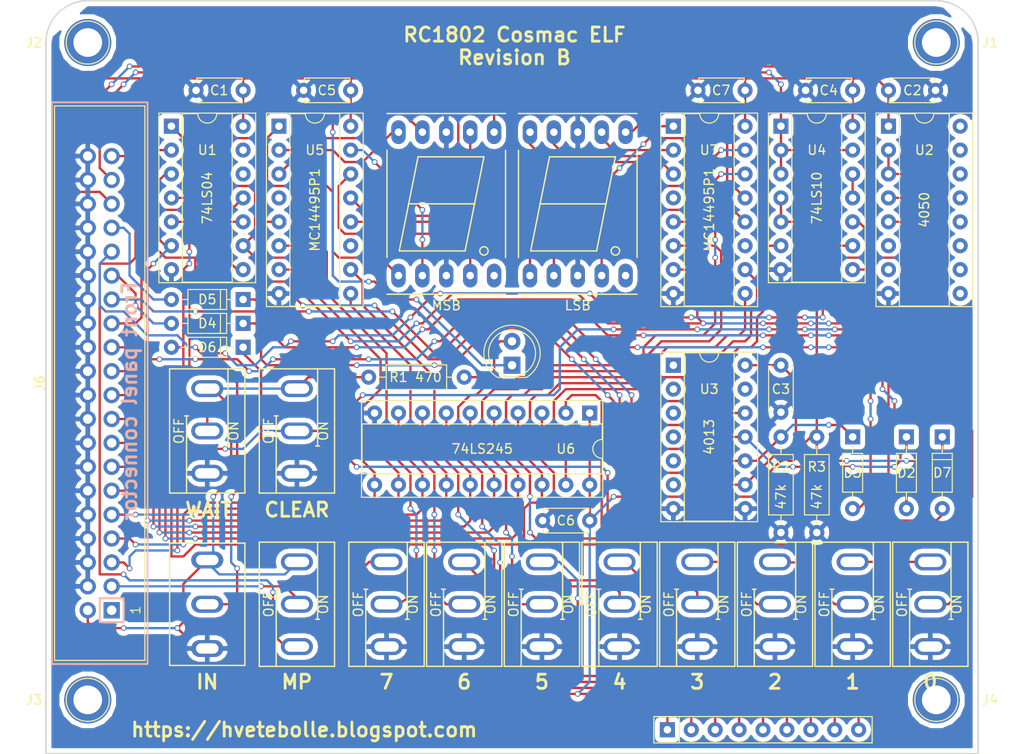
<source format=kicad_pcb>
(kicad_pcb (version 4) (host pcbnew 4.0.7)
  (layers (0 F.Cu signal) (31 B.Cu signal) (34 B.Paste user) (35 F.Paste user) (36 B.SilkS user) (37 F.SilkS user) (38 B.Mask user) (39 F.Mask user) (44 Edge.Cuts user))
  (net 0 "")
  (net 1 "Net-(AFF1-Pad1)")
  (net 2 "Net-(AFF1-Pad2)")
  (net 3 GND)
  (net 4 "Net-(AFF1-Pad4)")
  (net 5 "Net-(AFF1-Pad6)")
  (net 6 "Net-(AFF1-Pad7)")
  (net 7 "Net-(AFF1-Pad9)")
  (net 8 "Net-(AFF1-Pad10)")
  (net 9 "Net-(AFF2-Pad1)")
  (net 10 "Net-(AFF2-Pad2)")
  (net 11 "Net-(AFF2-Pad4)")
  (net 12 "Net-(AFF2-Pad6)")
  (net 13 "Net-(AFF2-Pad7)")
  (net 14 "Net-(AFF2-Pad9)")
  (net 15 "Net-(AFF2-Pad10)")
  (net 16 VCC)
  (net 17 "Net-(D1-Pad1)")
  (net 18 /~IN)
  (net 19 EF4)
  (net 20 "Net-(D3-Pad1)")
  (net 21 SC1)
  (net 22 "Net-(D5-Pad1)")
  (net 23 DMA_IN)
  (net 24 LOAD_N2)
  (net 25 "Net-(D6-Pad2)")
  (net 26 N2)
  (net 27 TPB)
  (net 28 Q)
  (net 29 MWR)
  (net 30 MRD)
  (net 31 /BUS0)
  (net 32 /BUS1)
  (net 33 /BUS2)
  (net 34 /BUS3)
  (net 35 /BUS4)
  (net 36 /BUS5)
  (net 37 /BUS6)
  (net 38 /BUS7)
  (net 39 "Net-(SW2-Pad2)")
  (net 40 "Net-(SW5-Pad2)")
  (net 41 "Net-(SW6-Pad2)")
  (net 42 "Net-(SW7-Pad2)")
  (net 43 "Net-(SW8-Pad2)")
  (net 44 "Net-(SW9-Pad2)")
  (net 45 "Net-(SW10-Pad2)")
  (net 46 "Net-(SW11-Pad2)")
  (net 47 "Net-(SW12-Pad2)")
  (net 48 STROBE)
  (net 49 READ)
  (net 50 "Net-(RN1-Pad2)")
  (net 51 "Net-(RN1-Pad3)")
  (net 52 "Net-(RN1-Pad4)")
  (net 53 "Net-(RN1-Pad5)")
  (net 54 "Net-(RN1-Pad6)")
  (net 55 "Net-(RN1-Pad7)")
  (net 56 "Net-(RN1-Pad8)")
  (net 57 "Net-(RN1-Pad9)")
  (net 58 "Net-(D1-Pad2)")
  (net 59 ~WAIT)
  (net 60 ~CLEAR)
  (net 61 MP)
  (net 62 "Net-(U2-Pad5)")
  (net 63 "Net-(U4-Pad11)")
  (module Connectors:IDC_Header_Straight_40pins (layer F.Cu) (at 107.315 132.08 90)
    (fp_text reference J6 (at 24.13 -7.62 90) (layer F.SilkS))
    (fp_text value CONN_02X20 hide)
    (fp_text user 1 (at 0 2.54 90) (layer F.SilkS) (effects (font (thickness 0.12))))
    (pad 1 thru_hole rect (at 0 0 90) (size 1.7272 1.7272) (drill 1.016) (layers *.Cu *.Mask))
    (pad 2 thru_hole oval (at 0 -2.54 90) (size 1.7272 1.7272) (drill 1.016) (layers *.Cu *.Mask) (net 16 VCC))
    (pad 3 thru_hole oval (at 2.54 0 90) (size 1.7272 1.7272) (drill 1.016) (layers *.Cu *.Mask) (net 61 MP))
    (pad 4 thru_hole oval (at 2.54 -2.54 90) (size 1.7272 1.7272) (drill 1.016) (layers *.Cu *.Mask) (net 3 GND))
    (pad 5 thru_hole oval (at 5.08 0 90) (size 1.7272 1.7272) (drill 1.016) (layers *.Cu *.Mask) (net 38 /BUS7))
    (pad 6 thru_hole oval (at 5.08 -2.54 90) (size 1.7272 1.7272) (drill 1.016) (layers *.Cu *.Mask) (net 3 GND))
    (pad 7 thru_hole oval (at 7.62 0 90) (size 1.7272 1.7272) (drill 1.016) (layers *.Cu *.Mask) (net 37 /BUS6))
    (pad 8 thru_hole oval (at 7.62 -2.54 90) (size 1.7272 1.7272) (drill 1.016) (layers *.Cu *.Mask) (net 3 GND))
    (pad 9 thru_hole oval (at 10.16 0 90) (size 1.7272 1.7272) (drill 1.016) (layers *.Cu *.Mask) (net 36 /BUS5))
    (pad 10 thru_hole oval (at 10.16 -2.54 90) (size 1.7272 1.7272) (drill 1.016) (layers *.Cu *.Mask) (net 3 GND))
    (pad 11 thru_hole oval (at 12.7 0 90) (size 1.7272 1.7272) (drill 1.016) (layers *.Cu *.Mask) (net 35 /BUS4))
    (pad 12 thru_hole oval (at 12.7 -2.54 90) (size 1.7272 1.7272) (drill 1.016) (layers *.Cu *.Mask) (net 3 GND))
    (pad 13 thru_hole oval (at 15.24 0 90) (size 1.7272 1.7272) (drill 1.016) (layers *.Cu *.Mask) (net 34 /BUS3))
    (pad 14 thru_hole oval (at 15.24 -2.54 90) (size 1.7272 1.7272) (drill 1.016) (layers *.Cu *.Mask) (net 3 GND))
    (pad 15 thru_hole oval (at 17.78 0 90) (size 1.7272 1.7272) (drill 1.016) (layers *.Cu *.Mask) (net 33 /BUS2))
    (pad 16 thru_hole oval (at 17.78 -2.54 90) (size 1.7272 1.7272) (drill 1.016) (layers *.Cu *.Mask) (net 3 GND))
    (pad 17 thru_hole oval (at 20.32 0 90) (size 1.7272 1.7272) (drill 1.016) (layers *.Cu *.Mask) (net 32 /BUS1))
    (pad 18 thru_hole oval (at 20.32 -2.54 90) (size 1.7272 1.7272) (drill 1.016) (layers *.Cu *.Mask) (net 3 GND))
    (pad 19 thru_hole oval (at 22.86 0 90) (size 1.7272 1.7272) (drill 1.016) (layers *.Cu *.Mask) (net 31 /BUS0))
    (pad 20 thru_hole oval (at 22.86 -2.54 90) (size 1.7272 1.7272) (drill 1.016) (layers *.Cu *.Mask) (net 3 GND))
    (pad 21 thru_hole oval (at 25.4 0 90) (size 1.7272 1.7272) (drill 1.016) (layers *.Cu *.Mask) (net 60 ~CLEAR))
    (pad 22 thru_hole oval (at 25.4 -2.54 90) (size 1.7272 1.7272) (drill 1.016) (layers *.Cu *.Mask) (net 3 GND))
    (pad 23 thru_hole oval (at 27.94 0 90) (size 1.7272 1.7272) (drill 1.016) (layers *.Cu *.Mask) (net 59 ~WAIT))
    (pad 24 thru_hole oval (at 27.94 -2.54 90) (size 1.7272 1.7272) (drill 1.016) (layers *.Cu *.Mask) (net 3 GND))
    (pad 25 thru_hole oval (at 30.48 0 90) (size 1.7272 1.7272) (drill 1.016) (layers *.Cu *.Mask) (net 28 Q))
    (pad 26 thru_hole oval (at 30.48 -2.54 90) (size 1.7272 1.7272) (drill 1.016) (layers *.Cu *.Mask) (net 3 GND))
    (pad 27 thru_hole oval (at 33.02 0 90) (size 1.7272 1.7272) (drill 1.016) (layers *.Cu *.Mask) (net 19 EF4))
    (pad 28 thru_hole oval (at 33.02 -2.54 90) (size 1.7272 1.7272) (drill 1.016) (layers *.Cu *.Mask) (net 3 GND))
    (pad 29 thru_hole oval (at 35.56 0 90) (size 1.7272 1.7272) (drill 1.016) (layers *.Cu *.Mask) (net 21 SC1))
    (pad 30 thru_hole oval (at 35.56 -2.54 90) (size 1.7272 1.7272) (drill 1.016) (layers *.Cu *.Mask) (net 3 GND))
    (pad 31 thru_hole oval (at 38.1 0 90) (size 1.7272 1.7272) (drill 1.016) (layers *.Cu *.Mask) (net 27 TPB))
    (pad 32 thru_hole oval (at 38.1 -2.54 90) (size 1.7272 1.7272) (drill 1.016) (layers *.Cu *.Mask) (net 3 GND))
    (pad 33 thru_hole oval (at 40.64 0 90) (size 1.7272 1.7272) (drill 1.016) (layers *.Cu *.Mask) (net 23 DMA_IN))
    (pad 34 thru_hole oval (at 40.64 -2.54 90) (size 1.7272 1.7272) (drill 1.016) (layers *.Cu *.Mask) (net 3 GND))
    (pad 35 thru_hole oval (at 43.18 0 90) (size 1.7272 1.7272) (drill 1.016) (layers *.Cu *.Mask) (net 26 N2))
    (pad 36 thru_hole oval (at 43.18 -2.54 90) (size 1.7272 1.7272) (drill 1.016) (layers *.Cu *.Mask) (net 3 GND))
    (pad 37 thru_hole oval (at 45.72 0 90) (size 1.7272 1.7272) (drill 1.016) (layers *.Cu *.Mask) (net 30 MRD))
    (pad 38 thru_hole oval (at 45.72 -2.54 90) (size 1.7272 1.7272) (drill 1.016) (layers *.Cu *.Mask) (net 3 GND))
    (pad 39 thru_hole oval (at 48.26 0 90) (size 1.7272 1.7272) (drill 1.016) (layers *.Cu *.Mask) (net 29 MWR))
    (pad 40 thru_hole oval (at 48.26 -2.54 90) (size 1.7272 1.7272) (drill 1.016) (layers *.Cu *.Mask) (net 3 GND))
  )
  (module Housings_DIP:DIP-16_W7.62mm_Socket (layer F.Cu) (at 167.005 80.645)
    (fp_text reference U7 (at 3.81 2.54) (layer F.SilkS))
    (fp_text value MC14495P1 (at 3.81 8.89 90) (layer F.SilkS))
    (pad 1 thru_hole rect (at 0 0) (size 1.6 1.6) (drill 0.8) (layers *.Cu *.Mask) (net 9 "Net-(AFF2-Pad1)"))
    (pad 9 thru_hole oval (at 7.62 17.78) (size 1.6 1.6) (drill 0.8) (layers *.Cu *.Mask) (net 32 /BUS1))
    (pad 2 thru_hole oval (at 0 2.54) (size 1.6 1.6) (drill 0.8) (layers *.Cu *.Mask) (net 14 "Net-(AFF2-Pad9)"))
    (pad 10 thru_hole oval (at 7.62 15.24) (size 1.6 1.6) (drill 0.8) (layers *.Cu *.Mask) (net 31 /BUS0))
    (pad 3 thru_hole oval (at 0 5.08) (size 1.6 1.6) (drill 0.8) (layers *.Cu *.Mask) (net 15 "Net-(AFF2-Pad10)"))
    (pad 11 thru_hole oval (at 7.62 12.7) (size 1.6 1.6) (drill 0.8) (layers *.Cu *.Mask))
    (pad 4 thru_hole oval (at 0 7.62) (size 1.6 1.6) (drill 0.8) (layers *.Cu *.Mask))
    (pad 12 thru_hole oval (at 7.62 10.16) (size 1.6 1.6) (drill 0.8) (layers *.Cu *.Mask) (net 13 "Net-(AFF2-Pad7)"))
    (pad 5 thru_hole oval (at 0 10.16) (size 1.6 1.6) (drill 0.8) (layers *.Cu *.Mask) (net 34 /BUS3))
    (pad 13 thru_hole oval (at 7.62 7.62) (size 1.6 1.6) (drill 0.8) (layers *.Cu *.Mask) (net 12 "Net-(AFF2-Pad6)"))
    (pad 6 thru_hole oval (at 0 12.7) (size 1.6 1.6) (drill 0.8) (layers *.Cu *.Mask) (net 33 /BUS2))
    (pad 14 thru_hole oval (at 7.62 5.08) (size 1.6 1.6) (drill 0.8) (layers *.Cu *.Mask) (net 11 "Net-(AFF2-Pad4)"))
    (pad 7 thru_hole oval (at 0 15.24) (size 1.6 1.6) (drill 0.8) (layers *.Cu *.Mask) (net 48 STROBE))
    (pad 15 thru_hole oval (at 7.62 2.54) (size 1.6 1.6) (drill 0.8) (layers *.Cu *.Mask) (net 10 "Net-(AFF2-Pad2)"))
    (pad 8 thru_hole oval (at 0 17.78) (size 1.6 1.6) (drill 0.8) (layers *.Cu *.Mask) (net 3 GND))
    (pad 16 thru_hole oval (at 7.62 0) (size 1.6 1.6) (drill 0.8) (layers *.Cu *.Mask) (net 16 VCC))
  )
  (module Housings_DIP:DIP-20_W7.62mm_Socket (layer F.Cu) (at 158.115 111.125 270)
    (fp_text reference U6 (at 3.81 2.54 360) (layer F.SilkS))
    (fp_text value 74LS245 (at 3.81 11.43 360) (layer F.SilkS))
    (pad 1 thru_hole rect (at 0 0 270) (size 1.6 1.6) (drill 0.8) (layers *.Cu *.Mask) (net 16 VCC))
    (pad 11 thru_hole oval (at 7.62 22.86 270) (size 1.6 1.6) (drill 0.8) (layers *.Cu *.Mask) (net 38 /BUS7))
    (pad 2 thru_hole oval (at 0 2.54 270) (size 1.6 1.6) (drill 0.8) (layers *.Cu *.Mask) (net 40 "Net-(SW5-Pad2)"))
    (pad 12 thru_hole oval (at 7.62 20.32 270) (size 1.6 1.6) (drill 0.8) (layers *.Cu *.Mask) (net 37 /BUS6))
    (pad 3 thru_hole oval (at 0 5.08 270) (size 1.6 1.6) (drill 0.8) (layers *.Cu *.Mask) (net 41 "Net-(SW6-Pad2)"))
    (pad 13 thru_hole oval (at 7.62 17.78 270) (size 1.6 1.6) (drill 0.8) (layers *.Cu *.Mask) (net 36 /BUS5))
    (pad 4 thru_hole oval (at 0 7.62 270) (size 1.6 1.6) (drill 0.8) (layers *.Cu *.Mask) (net 42 "Net-(SW7-Pad2)"))
    (pad 14 thru_hole oval (at 7.62 15.24 270) (size 1.6 1.6) (drill 0.8) (layers *.Cu *.Mask) (net 35 /BUS4))
    (pad 5 thru_hole oval (at 0 10.16 270) (size 1.6 1.6) (drill 0.8) (layers *.Cu *.Mask) (net 43 "Net-(SW8-Pad2)"))
    (pad 15 thru_hole oval (at 7.62 12.7 270) (size 1.6 1.6) (drill 0.8) (layers *.Cu *.Mask) (net 34 /BUS3))
    (pad 6 thru_hole oval (at 0 12.7 270) (size 1.6 1.6) (drill 0.8) (layers *.Cu *.Mask) (net 44 "Net-(SW9-Pad2)"))
    (pad 16 thru_hole oval (at 7.62 10.16 270) (size 1.6 1.6) (drill 0.8) (layers *.Cu *.Mask) (net 33 /BUS2))
    (pad 7 thru_hole oval (at 0 15.24 270) (size 1.6 1.6) (drill 0.8) (layers *.Cu *.Mask) (net 45 "Net-(SW10-Pad2)"))
    (pad 17 thru_hole oval (at 7.62 7.62 270) (size 1.6 1.6) (drill 0.8) (layers *.Cu *.Mask) (net 32 /BUS1))
    (pad 8 thru_hole oval (at 0 17.78 270) (size 1.6 1.6) (drill 0.8) (layers *.Cu *.Mask) (net 46 "Net-(SW11-Pad2)"))
    (pad 18 thru_hole oval (at 7.62 5.08 270) (size 1.6 1.6) (drill 0.8) (layers *.Cu *.Mask) (net 31 /BUS0))
    (pad 9 thru_hole oval (at 0 20.32 270) (size 1.6 1.6) (drill 0.8) (layers *.Cu *.Mask) (net 47 "Net-(SW12-Pad2)"))
    (pad 19 thru_hole oval (at 7.62 2.54 270) (size 1.6 1.6) (drill 0.8) (layers *.Cu *.Mask) (net 49 READ))
    (pad 10 thru_hole oval (at 0 22.86 270) (size 1.6 1.6) (drill 0.8) (layers *.Cu *.Mask) (net 3 GND))
    (pad 20 thru_hole oval (at 7.62 0 270) (size 1.6 1.6) (drill 0.8) (layers *.Cu *.Mask) (net 16 VCC))
  )
  (module Housings_DIP:DIP-14_W7.62mm_Socket (layer F.Cu) (at 167.005 106.045)
    (fp_text reference U3 (at 3.81 2.54) (layer F.SilkS))
    (fp_text value 4013 (at 3.81 7.62 90) (layer F.SilkS))
    (pad 1 thru_hole rect (at 0 0) (size 1.6 1.6) (drill 0.8) (layers *.Cu *.Mask))
    (pad 8 thru_hole oval (at 7.62 15.24) (size 1.6 1.6) (drill 0.8) (layers *.Cu *.Mask) (net 3 GND))
    (pad 2 thru_hole oval (at 0 2.54) (size 1.6 1.6) (drill 0.8) (layers *.Cu *.Mask))
    (pad 9 thru_hole oval (at 7.62 12.7) (size 1.6 1.6) (drill 0.8) (layers *.Cu *.Mask) (net 16 VCC))
    (pad 3 thru_hole oval (at 0 5.08) (size 1.6 1.6) (drill 0.8) (layers *.Cu *.Mask))
    (pad 10 thru_hole oval (at 7.62 10.16) (size 1.6 1.6) (drill 0.8) (layers *.Cu *.Mask) (net 20 "Net-(D3-Pad1)"))
    (pad 4 thru_hole oval (at 0 7.62) (size 1.6 1.6) (drill 0.8) (layers *.Cu *.Mask))
    (pad 11 thru_hole oval (at 7.62 7.62) (size 1.6 1.6) (drill 0.8) (layers *.Cu *.Mask) (net 18 /~IN))
    (pad 5 thru_hole oval (at 0 10.16) (size 1.6 1.6) (drill 0.8) (layers *.Cu *.Mask))
    (pad 12 thru_hole oval (at 7.62 5.08) (size 1.6 1.6) (drill 0.8) (layers *.Cu *.Mask) (net 22 "Net-(D5-Pad1)"))
    (pad 6 thru_hole oval (at 0 12.7) (size 1.6 1.6) (drill 0.8) (layers *.Cu *.Mask))
    (pad 13 thru_hole oval (at 7.62 2.54) (size 1.6 1.6) (drill 0.8) (layers *.Cu *.Mask))
    (pad 7 thru_hole oval (at 0 15.24) (size 1.6 1.6) (drill 0.8) (layers *.Cu *.Mask) (net 3 GND))
    (pad 14 thru_hole oval (at 7.62 0) (size 1.6 1.6) (drill 0.8) (layers *.Cu *.Mask) (net 16 VCC))
  )
  (module Housings_DIP:DIP-16_W7.62mm_Socket (layer F.Cu) (at 189.865 80.645)
    (fp_text reference U2 (at 3.81 2.54) (layer F.SilkS))
    (fp_text value 4050 (at 3.81 8.89 90) (layer F.SilkS))
    (pad 1 thru_hole rect (at 0 0) (size 1.6 1.6) (drill 0.8) (layers *.Cu *.Mask) (net 16 VCC))
    (pad 9 thru_hole oval (at 7.62 17.78) (size 1.6 1.6) (drill 0.8) (layers *.Cu *.Mask))
    (pad 2 thru_hole oval (at 0 2.54) (size 1.6 1.6) (drill 0.8) (layers *.Cu *.Mask) (net 60 ~CLEAR))
    (pad 10 thru_hole oval (at 7.62 15.24) (size 1.6 1.6) (drill 0.8) (layers *.Cu *.Mask))
    (pad 3 thru_hole oval (at 0 5.08) (size 1.6 1.6) (drill 0.8) (layers *.Cu *.Mask) (net 60 ~CLEAR))
    (pad 11 thru_hole oval (at 7.62 12.7) (size 1.6 1.6) (drill 0.8) (layers *.Cu *.Mask))
    (pad 4 thru_hole oval (at 0 7.62) (size 1.6 1.6) (drill 0.8) (layers *.Cu *.Mask) (net 48 STROBE))
    (pad 12 thru_hole oval (at 7.62 10.16) (size 1.6 1.6) (drill 0.8) (layers *.Cu *.Mask))
    (pad 5 thru_hole oval (at 0 10.16) (size 1.6 1.6) (drill 0.8) (layers *.Cu *.Mask) (net 62 "Net-(U2-Pad5)"))
    (pad 13 thru_hole oval (at 7.62 7.62) (size 1.6 1.6) (drill 0.8) (layers *.Cu *.Mask))
    (pad 6 thru_hole oval (at 0 12.7) (size 1.6 1.6) (drill 0.8) (layers *.Cu *.Mask))
    (pad 14 thru_hole oval (at 7.62 5.08) (size 1.6 1.6) (drill 0.8) (layers *.Cu *.Mask))
    (pad 7 thru_hole oval (at 0 15.24) (size 1.6 1.6) (drill 0.8) (layers *.Cu *.Mask))
    (pad 15 thru_hole oval (at 7.62 2.54) (size 1.6 1.6) (drill 0.8) (layers *.Cu *.Mask))
    (pad 8 thru_hole oval (at 0 17.78) (size 1.6 1.6) (drill 0.8) (layers *.Cu *.Mask) (net 3 GND))
    (pad 16 thru_hole oval (at 7.62 0) (size 1.6 1.6) (drill 0.8) (layers *.Cu *.Mask))
  )
  (module Housings_DIP:DIP-14_W7.62mm_Socket (layer F.Cu) (at 113.665 80.645)
    (fp_text reference U1 (at 3.81 2.54) (layer F.SilkS))
    (fp_text value 74LS04 (at 3.81 7.62 90) (layer F.SilkS))
    (pad 1 thru_hole rect (at 0 0) (size 1.6 1.6) (drill 0.8) (layers *.Cu *.Mask) (net 17 "Net-(D1-Pad1)"))
    (pad 8 thru_hole oval (at 7.62 15.24) (size 1.6 1.6) (drill 0.8) (layers *.Cu *.Mask) (net 39 "Net-(SW2-Pad2)"))
    (pad 2 thru_hole oval (at 0 2.54) (size 1.6 1.6) (drill 0.8) (layers *.Cu *.Mask) (net 28 Q))
    (pad 9 thru_hole oval (at 7.62 12.7) (size 1.6 1.6) (drill 0.8) (layers *.Cu *.Mask) (net 18 /~IN))
    (pad 3 thru_hole oval (at 0 5.08) (size 1.6 1.6) (drill 0.8) (layers *.Cu *.Mask) (net 39 "Net-(SW2-Pad2)"))
    (pad 10 thru_hole oval (at 7.62 10.16) (size 1.6 1.6) (drill 0.8) (layers *.Cu *.Mask) (net 25 "Net-(D6-Pad2)"))
    (pad 4 thru_hole oval (at 0 7.62) (size 1.6 1.6) (drill 0.8) (layers *.Cu *.Mask) (net 18 /~IN))
    (pad 11 thru_hole oval (at 7.62 7.62) (size 1.6 1.6) (drill 0.8) (layers *.Cu *.Mask) (net 59 ~WAIT))
    (pad 5 thru_hole oval (at 0 10.16) (size 1.6 1.6) (drill 0.8) (layers *.Cu *.Mask) (net 25 "Net-(D6-Pad2)"))
    (pad 12 thru_hole oval (at 7.62 5.08) (size 1.6 1.6) (drill 0.8) (layers *.Cu *.Mask))
    (pad 6 thru_hole oval (at 0 12.7) (size 1.6 1.6) (drill 0.8) (layers *.Cu *.Mask) (net 59 ~WAIT))
    (pad 13 thru_hole oval (at 7.62 2.54) (size 1.6 1.6) (drill 0.8) (layers *.Cu *.Mask))
    (pad 7 thru_hole oval (at 0 15.24) (size 1.6 1.6) (drill 0.8) (layers *.Cu *.Mask) (net 3 GND))
    (pad 14 thru_hole oval (at 7.62 0) (size 1.6 1.6) (drill 0.8) (layers *.Cu *.Mask) (net 16 VCC))
  )
  (module mounting:1pin (layer F.Cu) (at 104.775 71.755 180)
    (fp_text reference J2 (at 5.715 0 180) (layer F.SilkS))
    (fp_text value Mount)
    (pad 1 thru_hole circle (at 0 0 180) (size 5 5) (drill 3.048) (layers *.Cu *.Mask))
  )
  (module mounting:1pin (layer F.Cu) (at 194.945 71.755)
    (fp_text reference J1 (at 5.715 0) (layer F.SilkS))
    (fp_text value Mount)
    (pad 1 thru_hole circle (at 0 0) (size 5 5) (drill 3.048) (layers *.Cu *.Mask))
  )
  (module Resistors_THT:R_Array_SIP9 (layer F.Cu) (at 166.37 144.78)
    (fp_text reference RN1 hide)
    (fp_text value 100k)
    (pad 1 thru_hole rect (at 0 0) (size 1.6 1.6) (drill 0.8) (layers *.Cu *.Mask) (net 16 VCC))
    (pad 2 thru_hole oval (at 2.54 0) (size 1.6 1.6) (drill 0.8) (layers *.Cu *.Mask) (net 50 "Net-(RN1-Pad2)"))
    (pad 3 thru_hole oval (at 5.08 0) (size 1.6 1.6) (drill 0.8) (layers *.Cu *.Mask) (net 51 "Net-(RN1-Pad3)"))
    (pad 4 thru_hole oval (at 7.62 0) (size 1.6 1.6) (drill 0.8) (layers *.Cu *.Mask) (net 52 "Net-(RN1-Pad4)"))
    (pad 5 thru_hole oval (at 10.16 0) (size 1.6 1.6) (drill 0.8) (layers *.Cu *.Mask) (net 53 "Net-(RN1-Pad5)"))
    (pad 6 thru_hole oval (at 12.7 0) (size 1.6 1.6) (drill 0.8) (layers *.Cu *.Mask) (net 54 "Net-(RN1-Pad6)"))
    (pad 7 thru_hole oval (at 15.24 0) (size 1.6 1.6) (drill 0.8) (layers *.Cu *.Mask) (net 55 "Net-(RN1-Pad7)"))
    (pad 8 thru_hole oval (at 17.78 0) (size 1.6 1.6) (drill 0.8) (layers *.Cu *.Mask) (net 56 "Net-(RN1-Pad8)"))
    (pad 9 thru_hole oval (at 20.32 0) (size 1.6 1.6) (drill 0.8) (layers *.Cu *.Mask) (net 57 "Net-(RN1-Pad9)"))
  )
  (module Housings_DIP:DIP-16_W7.62mm_Socket (layer F.Cu) (at 125.095 80.645)
    (fp_text reference U5 (at 3.81 2.54) (layer F.SilkS))
    (fp_text value MC14495P1 (at 3.81 8.89 90) (layer F.SilkS))
    (pad 1 thru_hole rect (at 0 0) (size 1.6 1.6) (drill 0.8) (layers *.Cu *.Mask) (net 1 "Net-(AFF1-Pad1)"))
    (pad 9 thru_hole oval (at 7.62 17.78) (size 1.6 1.6) (drill 0.8) (layers *.Cu *.Mask) (net 36 /BUS5))
    (pad 2 thru_hole oval (at 0 2.54) (size 1.6 1.6) (drill 0.8) (layers *.Cu *.Mask) (net 7 "Net-(AFF1-Pad9)"))
    (pad 10 thru_hole oval (at 7.62 15.24) (size 1.6 1.6) (drill 0.8) (layers *.Cu *.Mask) (net 35 /BUS4))
    (pad 3 thru_hole oval (at 0 5.08) (size 1.6 1.6) (drill 0.8) (layers *.Cu *.Mask) (net 8 "Net-(AFF1-Pad10)"))
    (pad 11 thru_hole oval (at 7.62 12.7) (size 1.6 1.6) (drill 0.8) (layers *.Cu *.Mask))
    (pad 4 thru_hole oval (at 0 7.62) (size 1.6 1.6) (drill 0.8) (layers *.Cu *.Mask))
    (pad 12 thru_hole oval (at 7.62 10.16) (size 1.6 1.6) (drill 0.8) (layers *.Cu *.Mask) (net 6 "Net-(AFF1-Pad7)"))
    (pad 5 thru_hole oval (at 0 10.16) (size 1.6 1.6) (drill 0.8) (layers *.Cu *.Mask) (net 38 /BUS7))
    (pad 13 thru_hole oval (at 7.62 7.62) (size 1.6 1.6) (drill 0.8) (layers *.Cu *.Mask) (net 5 "Net-(AFF1-Pad6)"))
    (pad 6 thru_hole oval (at 0 12.7) (size 1.6 1.6) (drill 0.8) (layers *.Cu *.Mask) (net 37 /BUS6))
    (pad 14 thru_hole oval (at 7.62 5.08) (size 1.6 1.6) (drill 0.8) (layers *.Cu *.Mask) (net 4 "Net-(AFF1-Pad4)"))
    (pad 7 thru_hole oval (at 0 15.24) (size 1.6 1.6) (drill 0.8) (layers *.Cu *.Mask) (net 48 STROBE))
    (pad 15 thru_hole oval (at 7.62 2.54) (size 1.6 1.6) (drill 0.8) (layers *.Cu *.Mask) (net 2 "Net-(AFF1-Pad2)"))
    (pad 8 thru_hole oval (at 0 17.78) (size 1.6 1.6) (drill 0.8) (layers *.Cu *.Mask) (net 3 GND))
    (pad 16 thru_hole oval (at 7.62 0) (size 1.6 1.6) (drill 0.8) (layers *.Cu *.Mask) (net 16 VCC))
  )
  (module Housings_DIP:DIP-14_W7.62mm_Socket (layer F.Cu) (at 178.435 80.645)
    (fp_text reference U4 (at 3.81 2.54) (layer F.SilkS))
    (fp_text value 74LS10 (at 3.81 7.62 90) (layer F.SilkS))
    (pad 1 thru_hole rect (at 0 0) (size 1.6 1.6) (drill 0.8) (layers *.Cu *.Mask) (net 30 MRD))
    (pad 8 thru_hole oval (at 7.62 15.24) (size 1.6 1.6) (drill 0.8) (layers *.Cu *.Mask) (net 62 "Net-(U2-Pad5)"))
    (pad 2 thru_hole oval (at 0 2.54) (size 1.6 1.6) (drill 0.8) (layers *.Cu *.Mask) (net 30 MRD))
    (pad 9 thru_hole oval (at 7.62 12.7) (size 1.6 1.6) (drill 0.8) (layers *.Cu *.Mask) (net 24 LOAD_N2))
    (pad 3 thru_hole oval (at 0 5.08) (size 1.6 1.6) (drill 0.8) (layers *.Cu *.Mask) (net 30 MRD))
    (pad 10 thru_hole oval (at 7.62 10.16) (size 1.6 1.6) (drill 0.8) (layers *.Cu *.Mask) (net 27 TPB))
    (pad 4 thru_hole oval (at 0 7.62) (size 1.6 1.6) (drill 0.8) (layers *.Cu *.Mask) (net 24 LOAD_N2))
    (pad 11 thru_hole oval (at 7.62 7.62) (size 1.6 1.6) (drill 0.8) (layers *.Cu *.Mask) (net 63 "Net-(U4-Pad11)"))
    (pad 5 thru_hole oval (at 0 10.16) (size 1.6 1.6) (drill 0.8) (layers *.Cu *.Mask) (net 24 LOAD_N2))
    (pad 12 thru_hole oval (at 7.62 5.08) (size 1.6 1.6) (drill 0.8) (layers *.Cu *.Mask) (net 63 "Net-(U4-Pad11)"))
    (pad 6 thru_hole oval (at 0 12.7) (size 1.6 1.6) (drill 0.8) (layers *.Cu *.Mask) (net 49 READ))
    (pad 13 thru_hole oval (at 7.62 2.54) (size 1.6 1.6) (drill 0.8) (layers *.Cu *.Mask) (net 30 MRD))
    (pad 7 thru_hole oval (at 0 15.24) (size 1.6 1.6) (drill 0.8) (layers *.Cu *.Mask) (net 3 GND))
    (pad 14 thru_hole oval (at 7.62 0) (size 1.6 1.6) (drill 0.8) (layers *.Cu *.Mask) (net 16 VCC))
  )
  (module switches:SPDT_PUSH (layer F.Cu) (at 117.475 131.445 270)
    (fp_text reference SW2 hide)
    (fp_text value IN)
    (pad 3 thru_hole oval (at -4.7 0 270) (size 1.8 3.4) (drill oval 1.1 2.4) (layers *.Cu *.Mask) (net 16 VCC))
    (pad 2 thru_hole oval (at 0 0 270) (size 1.8 3.4) (drill oval 1.1 2.4) (layers *.Cu *.Mask) (net 39 "Net-(SW2-Pad2)"))
    (pad 1 thru_hole oval (at 4.7 0 270) (size 1.8 3.4) (drill oval 1.1 2.4) (layers *.Cu *.Mask) (net 3 GND))
  )
  (module Resistors_THT:R_Axial_DIN0207_L6.3mm_D2.5mm_P10.16mm_Horizontal (layer F.Cu) (at 182.245 123.825 90)
    (fp_text reference R3 (at 6.985 0 180) (layer F.SilkS))
    (fp_text value 47k (at 3.81 0 90) (layer F.SilkS))
    (pad 1 thru_hole circle (at 0 0 90) (size 1.6 1.6) (drill 0.8) (layers *.Cu *.Mask) (net 3 GND))
    (pad 2 thru_hole oval (at 10.16 0 90) (size 1.6 1.6) (drill 0.8) (layers *.Cu *.Mask) (net 24 LOAD_N2))
  )
  (module Resistors_THT:R_Axial_DIN0207_L6.3mm_D2.5mm_P10.16mm_Horizontal (layer F.Cu) (at 178.435 123.825 90)
    (fp_text reference R2 (at 6.985 0 180) (layer F.SilkS))
    (fp_text value 47k (at 3.81 0 90) (layer F.SilkS))
    (pad 1 thru_hole circle (at 0 0 90) (size 1.6 1.6) (drill 0.8) (layers *.Cu *.Mask) (net 3 GND))
    (pad 2 thru_hole oval (at 10.16 0 90) (size 1.6 1.6) (drill 0.8) (layers *.Cu *.Mask) (net 20 "Net-(D3-Pad1)"))
  )
  (module Resistors_THT:R_Axial_DIN0207_L6.3mm_D2.5mm_P10.16mm_Horizontal (layer F.Cu) (at 144.78 107.315 180)
    (fp_text reference R1 (at 6.985 0 360) (layer F.SilkS))
    (fp_text value 470 (at 3.81 0 180) (layer F.SilkS))
    (pad 1 thru_hole circle (at 0 0 180) (size 1.6 1.6) (drill 0.8) (layers *.Cu *.Mask) (net 58 "Net-(D1-Pad2)"))
    (pad 2 thru_hole oval (at 10.16 0 180) (size 1.6 1.6) (drill 0.8) (layers *.Cu *.Mask) (net 16 VCC))
  )
  (module mounting:1pin (layer F.Cu) (at 194.945 141.605)
    (fp_text reference J4 (at 5.715 0) (layer F.SilkS))
    (fp_text value Mount)
    (pad 1 thru_hole circle (at 0 0) (size 5 5) (drill 3.048) (layers *.Cu *.Mask))
  )
  (module mounting:1pin (layer F.Cu) (at 104.775 141.605)
    (fp_text reference J3 (at -5.715 0) (layer F.SilkS))
    (fp_text value Mount)
    (pad 1 thru_hole circle (at 0 0) (size 5 5) (drill 3.048) (layers *.Cu *.Mask))
  )
  (module Diodes_THT:D_DO-35_SOD27_P7.62mm_Horizontal (layer F.Cu) (at 195.58 113.665 270)
    (fp_text reference D7 (at 3.81 0 360) (layer F.SilkS))
    (fp_text value 1N4848 hide)
    (pad 1 thru_hole rect (at 0 0 270) (size 1.6 1.6) (drill 0.8) (layers *.Cu *.Mask) (net 24 LOAD_N2))
    (pad 2 thru_hole oval (at 7.62 0 270) (size 1.6 1.6) (drill 0.8) (layers *.Cu *.Mask) (net 26 N2))
  )
  (module Diodes_THT:D_DO-35_SOD27_P7.62mm_Horizontal (layer F.Cu) (at 121.285 104.14 180)
    (fp_text reference D6 (at 3.81 0 180) (layer F.SilkS))
    (fp_text value 1N4848 hide)
    (pad 1 thru_hole rect (at 0 0 180) (size 1.6 1.6) (drill 0.8) (layers *.Cu *.Mask) (net 24 LOAD_N2))
    (pad 2 thru_hole oval (at 7.62 0 180) (size 1.6 1.6) (drill 0.8) (layers *.Cu *.Mask) (net 25 "Net-(D6-Pad2)"))
  )
  (module Diodes_THT:D_DO-35_SOD27_P7.62mm_Horizontal (layer F.Cu) (at 121.285 99.06 180)
    (fp_text reference D5 (at 3.81 0 180) (layer F.SilkS))
    (fp_text value 1N4848 hide)
    (pad 1 thru_hole rect (at 0 0 180) (size 1.6 1.6) (drill 0.8) (layers *.Cu *.Mask) (net 22 "Net-(D5-Pad1)"))
    (pad 2 thru_hole oval (at 7.62 0 180) (size 1.6 1.6) (drill 0.8) (layers *.Cu *.Mask) (net 23 DMA_IN))
  )
  (module Diodes_THT:D_DO-35_SOD27_P7.62mm_Horizontal (layer F.Cu) (at 121.285 101.6 180)
    (fp_text reference D4 (at 3.81 0 180) (layer F.SilkS))
    (fp_text value 1N4848 hide)
    (pad 1 thru_hole rect (at 0 0 180) (size 1.6 1.6) (drill 0.8) (layers *.Cu *.Mask) (net 20 "Net-(D3-Pad1)"))
    (pad 2 thru_hole oval (at 7.62 0 180) (size 1.6 1.6) (drill 0.8) (layers *.Cu *.Mask) (net 21 SC1))
  )
  (module Diodes_THT:D_DO-35_SOD27_P7.62mm_Horizontal (layer F.Cu) (at 186.055 113.665 270)
    (fp_text reference D3 (at 3.81 0 360) (layer F.SilkS))
    (fp_text value 1N4848 hide)
    (pad 1 thru_hole rect (at 0 0 270) (size 1.6 1.6) (drill 0.8) (layers *.Cu *.Mask) (net 20 "Net-(D3-Pad1)"))
    (pad 2 thru_hole oval (at 7.62 0 270) (size 1.6 1.6) (drill 0.8) (layers *.Cu *.Mask) (net 59 ~WAIT))
  )
  (module Diodes_THT:D_DO-35_SOD27_P7.62mm_Horizontal (layer F.Cu) (at 191.77 113.665 270)
    (fp_text reference D2 (at 3.81 0 360) (layer F.SilkS))
    (fp_text value 1N4848 hide)
    (pad 1 thru_hole rect (at 0 0 270) (size 1.6 1.6) (drill 0.8) (layers *.Cu *.Mask) (net 18 /~IN))
    (pad 2 thru_hole oval (at 7.62 0 270) (size 1.6 1.6) (drill 0.8) (layers *.Cu *.Mask) (net 19 EF4))
  )
  (module LEDs:LED_D5.0mm (layer F.Cu) (at 149.86 106.045 90)
    (fp_text reference D1 hide)
    (fp_text value "Q LED")
    (pad 1 thru_hole rect (at 0 0 90) (size 1.8 1.8) (drill 0.9) (layers *.Cu *.Mask) (net 17 "Net-(D1-Pad1)"))
    (pad 2 thru_hole circle (at 2.54 0 90) (size 1.8 1.8) (drill 0.9) (layers *.Cu *.Mask) (net 58 "Net-(D1-Pad2)"))
  )
  (module Capacitors_THT:C_Disc_D4.7mm_W2.5mm_P5.00mm (layer F.Cu) (at 174.625 76.835 180)
    (fp_text reference C7 (at 2.54 0 180) (layer F.SilkS))
    (fp_text value 100nF)
    (pad 1 thru_hole circle (at 0 0 180) (size 1.6 1.6) (drill 0.8) (layers *.Cu *.Mask) (net 16 VCC))
    (pad 2 thru_hole circle (at 5 0 180) (size 1.6 1.6) (drill 0.8) (layers *.Cu *.Mask) (net 3 GND))
  )
  (module Capacitors_THT:C_Disc_D4.7mm_W2.5mm_P5.00mm (layer F.Cu) (at 158.115 122.555 180)
    (fp_text reference C6 (at 2.54 0 180) (layer F.SilkS))
    (fp_text value 100nF)
    (pad 1 thru_hole circle (at 0 0 180) (size 1.6 1.6) (drill 0.8) (layers *.Cu *.Mask) (net 16 VCC))
    (pad 2 thru_hole circle (at 5 0 180) (size 1.6 1.6) (drill 0.8) (layers *.Cu *.Mask) (net 3 GND))
  )
  (module Capacitors_THT:C_Disc_D4.7mm_W2.5mm_P5.00mm (layer F.Cu) (at 132.715 76.835 180)
    (fp_text reference C5 (at 2.54 0 180) (layer F.SilkS))
    (fp_text value 100nF)
    (pad 1 thru_hole circle (at 0 0 180) (size 1.6 1.6) (drill 0.8) (layers *.Cu *.Mask) (net 16 VCC))
    (pad 2 thru_hole circle (at 5 0 180) (size 1.6 1.6) (drill 0.8) (layers *.Cu *.Mask) (net 3 GND))
  )
  (module Capacitors_THT:C_Disc_D4.7mm_W2.5mm_P5.00mm (layer F.Cu) (at 186.055 76.835 180)
    (fp_text reference C4 (at 2.54 0 180) (layer F.SilkS))
    (fp_text value 100nF)
    (pad 1 thru_hole circle (at 0 0 180) (size 1.6 1.6) (drill 0.8) (layers *.Cu *.Mask) (net 16 VCC))
    (pad 2 thru_hole circle (at 5 0 180) (size 1.6 1.6) (drill 0.8) (layers *.Cu *.Mask) (net 3 GND))
  )
  (module Capacitors_THT:C_Disc_D4.7mm_W2.5mm_P5.00mm (layer F.Cu) (at 178.435 106.045 270)
    (fp_text reference C3 (at 2.54 0 360) (layer F.SilkS))
    (fp_text value 100nF)
    (pad 1 thru_hole circle (at 0 0 270) (size 1.6 1.6) (drill 0.8) (layers *.Cu *.Mask) (net 16 VCC))
    (pad 2 thru_hole circle (at 5 0 270) (size 1.6 1.6) (drill 0.8) (layers *.Cu *.Mask) (net 3 GND))
  )
  (module Capacitors_THT:C_Disc_D4.7mm_W2.5mm_P5.00mm (layer F.Cu) (at 189.865 76.835)
    (fp_text reference C2 (at 2.54 0) (layer F.SilkS))
    (fp_text value 100nF)
    (pad 1 thru_hole circle (at 0 0) (size 1.6 1.6) (drill 0.8) (layers *.Cu *.Mask) (net 16 VCC))
    (pad 2 thru_hole circle (at 5 0) (size 1.6 1.6) (drill 0.8) (layers *.Cu *.Mask) (net 3 GND))
  )
  (module Capacitors_THT:C_Disc_D4.7mm_W2.5mm_P5.00mm (layer F.Cu) (at 121.285 76.835 180)
    (fp_text reference C1 (at 2.54 0 180) (layer F.SilkS))
    (fp_text value 100nF)
    (pad 1 thru_hole circle (at 0 0 180) (size 1.6 1.6) (drill 0.8) (layers *.Cu *.Mask) (net 16 VCC))
    (pad 2 thru_hole circle (at 5 0 180) (size 1.6 1.6) (drill 0.8) (layers *.Cu *.Mask) (net 3 GND))
  )
  (module Displays_7-Segment:7SegmentLED_LTS6760_LTS6780 (layer F.Cu) (at 156.845 88.9)
    (fp_text reference AFF2 hide)
    (fp_text value LSB (at 0 10.795) (layer F.SilkS))
    (pad 1 thru_hole oval (at -5.08 7.62) (size 1.524 2.524) (drill 0.8) (layers *.Cu *.Mask) (net 9 "Net-(AFF2-Pad1)"))
    (pad 2 thru_hole oval (at -2.54 7.62) (size 1.524 2.524) (drill 0.8) (layers *.Cu *.Mask) (net 10 "Net-(AFF2-Pad2)"))
    (pad 3 thru_hole oval (at 0 7.62) (size 1.524 2.524) (drill 0.8) (layers *.Cu *.Mask) (net 3 GND))
    (pad 4 thru_hole oval (at 2.54 7.62) (size 1.524 2.524) (drill 0.8) (layers *.Cu *.Mask) (net 11 "Net-(AFF2-Pad4)"))
    (pad 5 thru_hole oval (at 5.08 7.62) (size 1.524 2.524) (drill 0.8) (layers *.Cu *.Mask))
    (pad 6 thru_hole oval (at 5.08 -7.62) (size 1.524 2.524) (drill 0.8) (layers *.Cu *.Mask) (net 12 "Net-(AFF2-Pad6)"))
    (pad 7 thru_hole oval (at 2.54 -7.62) (size 1.524 2.524) (drill 0.8) (layers *.Cu *.Mask) (net 13 "Net-(AFF2-Pad7)"))
    (pad 8 thru_hole oval (at 0 -7.62) (size 1.524 2.524) (drill 0.8) (layers *.Cu *.Mask) (net 3 GND))
    (pad 9 thru_hole oval (at -2.54 -7.62) (size 1.524 2.524) (drill 0.8) (layers *.Cu *.Mask) (net 14 "Net-(AFF2-Pad9)"))
    (pad 10 thru_hole oval (at -5.08 -7.62) (size 1.524 2.524) (drill 0.8) (layers *.Cu *.Mask) (net 15 "Net-(AFF2-Pad10)"))
  )
  (module Displays_7-Segment:7SegmentLED_LTS6760_LTS6780 (layer F.Cu) (at 142.875 88.9)
    (fp_text reference AFF1 hide)
    (fp_text value MSB (at 0 10.795) (layer F.SilkS))
    (pad 1 thru_hole oval (at -5.08 7.62) (size 1.524 2.524) (drill 0.8) (layers *.Cu *.Mask) (net 1 "Net-(AFF1-Pad1)"))
    (pad 2 thru_hole oval (at -2.54 7.62) (size 1.524 2.524) (drill 0.8) (layers *.Cu *.Mask) (net 2 "Net-(AFF1-Pad2)"))
    (pad 3 thru_hole oval (at 0 7.62) (size 1.524 2.524) (drill 0.8) (layers *.Cu *.Mask) (net 3 GND))
    (pad 4 thru_hole oval (at 2.54 7.62) (size 1.524 2.524) (drill 0.8) (layers *.Cu *.Mask) (net 4 "Net-(AFF1-Pad4)"))
    (pad 5 thru_hole oval (at 5.08 7.62) (size 1.524 2.524) (drill 0.8) (layers *.Cu *.Mask))
    (pad 6 thru_hole oval (at 5.08 -7.62) (size 1.524 2.524) (drill 0.8) (layers *.Cu *.Mask) (net 5 "Net-(AFF1-Pad6)"))
    (pad 7 thru_hole oval (at 2.54 -7.62) (size 1.524 2.524) (drill 0.8) (layers *.Cu *.Mask) (net 6 "Net-(AFF1-Pad7)"))
    (pad 8 thru_hole oval (at 0 -7.62) (size 1.524 2.524) (drill 0.8) (layers *.Cu *.Mask) (net 3 GND))
    (pad 9 thru_hole oval (at -2.54 -7.62) (size 1.524 2.524) (drill 0.8) (layers *.Cu *.Mask) (net 7 "Net-(AFF1-Pad9)"))
    (pad 10 thru_hole oval (at -5.08 -7.62) (size 1.524 2.524) (drill 0.8) (layers *.Cu *.Mask) (net 8 "Net-(AFF1-Pad10)"))
  )
  (module switches:SPDT_SWITCH (layer F.Cu) (at 127 113.03 270)
    (fp_text reference SW1 hide)
    (fp_text value CLEAR)
    (fp_text user OFF (at 0 3 270) (layer F.SilkS))
    (fp_text user ON (at 0 -2.8 270) (layer F.SilkS))
    (pad 3 thru_hole oval (at -4.5 0 270) (size 1.8 3.4) (drill oval 1.1 2.6) (layers *.Cu *.Mask) (net 16 VCC))
    (pad 2 thru_hole oval (at 0 0 270) (size 1.8 3.4) (drill oval 1.1 2.6) (layers *.Cu *.Mask) (net 60 ~CLEAR))
    (pad 1 thru_hole oval (at 4.5 0 270) (size 1.8 3.4) (drill oval 1.1 2.6) (layers *.Cu *.Mask) (net 3 GND))
  )
  (module switches:SPDT_SWITCH (layer F.Cu) (at 127 131.445 270)
    (fp_text reference SW3 hide)
    (fp_text value MP)
    (fp_text user OFF (at 0 3 270) (layer F.SilkS))
    (fp_text user ON (at 0 -2.8 270) (layer F.SilkS))
    (pad 3 thru_hole oval (at -4.5 0 270) (size 1.8 3.4) (drill oval 1.1 2.6) (layers *.Cu *.Mask) (net 16 VCC))
    (pad 2 thru_hole oval (at 0 0 270) (size 1.8 3.4) (drill oval 1.1 2.6) (layers *.Cu *.Mask) (net 61 MP))
    (pad 1 thru_hole oval (at 4.5 0 270) (size 1.8 3.4) (drill oval 1.1 2.6) (layers *.Cu *.Mask) (net 29 MWR))
  )
  (module switches:SPDT_SWITCH (layer F.Cu) (at 117.475 113.03 270)
    (fp_text reference SW4 hide)
    (fp_text value WAIT)
    (fp_text user OFF (at 0 3 270) (layer F.SilkS))
    (fp_text user ON (at 0 -2.8 270) (layer F.SilkS))
    (pad 3 thru_hole oval (at -4.5 0 270) (size 1.8 3.4) (drill oval 1.1 2.6) (layers *.Cu *.Mask) (net 16 VCC))
    (pad 2 thru_hole oval (at 0 0 270) (size 1.8 3.4) (drill oval 1.1 2.6) (layers *.Cu *.Mask) (net 25 "Net-(D6-Pad2)"))
    (pad 1 thru_hole oval (at 4.5 0 270) (size 1.8 3.4) (drill oval 1.1 2.6) (layers *.Cu *.Mask) (net 3 GND))
  )
  (module switches:SPDT_SWITCH (layer F.Cu) (at 194.31 131.445 270)
    (fp_text reference SW5 hide)
    (fp_text value IN0)
    (fp_text user OFF (at 0 3 270) (layer F.SilkS))
    (fp_text user ON (at 0 -2.8 270) (layer F.SilkS))
    (pad 3 thru_hole oval (at -4.5 0 270) (size 1.8 3.4) (drill oval 1.1 2.6) (layers *.Cu *.Mask) (net 57 "Net-(RN1-Pad9)"))
    (pad 2 thru_hole oval (at 0 0 270) (size 1.8 3.4) (drill oval 1.1 2.6) (layers *.Cu *.Mask) (net 40 "Net-(SW5-Pad2)"))
    (pad 1 thru_hole oval (at 4.5 0 270) (size 1.8 3.4) (drill oval 1.1 2.6) (layers *.Cu *.Mask) (net 3 GND))
  )
  (module switches:SPDT_SWITCH (layer F.Cu) (at 186.055 131.445 270)
    (fp_text reference SW6 hide)
    (fp_text value IN1)
    (fp_text user OFF (at 0 3 270) (layer F.SilkS))
    (fp_text user ON (at 0 -2.8 270) (layer F.SilkS))
    (pad 3 thru_hole oval (at -4.5 0 270) (size 1.8 3.4) (drill oval 1.1 2.6) (layers *.Cu *.Mask) (net 56 "Net-(RN1-Pad8)"))
    (pad 2 thru_hole oval (at 0 0 270) (size 1.8 3.4) (drill oval 1.1 2.6) (layers *.Cu *.Mask) (net 41 "Net-(SW6-Pad2)"))
    (pad 1 thru_hole oval (at 4.5 0 270) (size 1.8 3.4) (drill oval 1.1 2.6) (layers *.Cu *.Mask) (net 3 GND))
  )
  (module switches:SPDT_SWITCH (layer F.Cu) (at 177.8 131.445 270)
    (fp_text reference SW7 hide)
    (fp_text value IN2)
    (fp_text user OFF (at 0 3 270) (layer F.SilkS))
    (fp_text user ON (at 0 -2.8 270) (layer F.SilkS))
    (pad 3 thru_hole oval (at -4.5 0 270) (size 1.8 3.4) (drill oval 1.1 2.6) (layers *.Cu *.Mask) (net 55 "Net-(RN1-Pad7)"))
    (pad 2 thru_hole oval (at 0 0 270) (size 1.8 3.4) (drill oval 1.1 2.6) (layers *.Cu *.Mask) (net 42 "Net-(SW7-Pad2)"))
    (pad 1 thru_hole oval (at 4.5 0 270) (size 1.8 3.4) (drill oval 1.1 2.6) (layers *.Cu *.Mask) (net 3 GND))
  )
  (module switches:SPDT_SWITCH (layer F.Cu) (at 169.545 131.445 270)
    (fp_text reference SW8 hide)
    (fp_text value IN3)
    (fp_text user OFF (at 0 3 270) (layer F.SilkS))
    (fp_text user ON (at 0 -2.8 270) (layer F.SilkS))
    (pad 3 thru_hole oval (at -4.5 0 270) (size 1.8 3.4) (drill oval 1.1 2.6) (layers *.Cu *.Mask) (net 54 "Net-(RN1-Pad6)"))
    (pad 2 thru_hole oval (at 0 0 270) (size 1.8 3.4) (drill oval 1.1 2.6) (layers *.Cu *.Mask) (net 43 "Net-(SW8-Pad2)"))
    (pad 1 thru_hole oval (at 4.5 0 270) (size 1.8 3.4) (drill oval 1.1 2.6) (layers *.Cu *.Mask) (net 3 GND))
  )
  (module switches:SPDT_SWITCH (layer F.Cu) (at 161.29 131.445 270)
    (fp_text reference SW9 hide)
    (fp_text value IN4)
    (fp_text user OFF (at 0 3 270) (layer F.SilkS))
    (fp_text user ON (at 0 -2.8 270) (layer F.SilkS))
    (pad 3 thru_hole oval (at -4.5 0 270) (size 1.8 3.4) (drill oval 1.1 2.6) (layers *.Cu *.Mask) (net 53 "Net-(RN1-Pad5)"))
    (pad 2 thru_hole oval (at 0 0 270) (size 1.8 3.4) (drill oval 1.1 2.6) (layers *.Cu *.Mask) (net 44 "Net-(SW9-Pad2)"))
    (pad 1 thru_hole oval (at 4.5 0 270) (size 1.8 3.4) (drill oval 1.1 2.6) (layers *.Cu *.Mask) (net 3 GND))
  )
  (module switches:SPDT_SWITCH (layer F.Cu) (at 153.035 131.445 270)
    (fp_text reference SW10 hide)
    (fp_text value IN5)
    (fp_text user OFF (at 0 3 270) (layer F.SilkS))
    (fp_text user ON (at 0 -2.8 270) (layer F.SilkS))
    (pad 3 thru_hole oval (at -4.5 0 270) (size 1.8 3.4) (drill oval 1.1 2.6) (layers *.Cu *.Mask) (net 52 "Net-(RN1-Pad4)"))
    (pad 2 thru_hole oval (at 0 0 270) (size 1.8 3.4) (drill oval 1.1 2.6) (layers *.Cu *.Mask) (net 45 "Net-(SW10-Pad2)"))
    (pad 1 thru_hole oval (at 4.5 0 270) (size 1.8 3.4) (drill oval 1.1 2.6) (layers *.Cu *.Mask) (net 3 GND))
  )
  (module switches:SPDT_SWITCH (layer F.Cu) (at 144.78 131.445 270)
    (fp_text reference SW11 hide)
    (fp_text value IN6)
    (fp_text user OFF (at 0 3 270) (layer F.SilkS))
    (fp_text user ON (at 0 -2.8 270) (layer F.SilkS))
    (pad 3 thru_hole oval (at -4.5 0 270) (size 1.8 3.4) (drill oval 1.1 2.6) (layers *.Cu *.Mask) (net 51 "Net-(RN1-Pad3)"))
    (pad 2 thru_hole oval (at 0 0 270) (size 1.8 3.4) (drill oval 1.1 2.6) (layers *.Cu *.Mask) (net 46 "Net-(SW11-Pad2)"))
    (pad 1 thru_hole oval (at 4.5 0 270) (size 1.8 3.4) (drill oval 1.1 2.6) (layers *.Cu *.Mask) (net 3 GND))
  )
  (module switches:SPDT_SWITCH (layer F.Cu) (at 136.525 131.445 270)
    (fp_text reference SW12 hide)
    (fp_text value IN7)
    (fp_text user OFF (at 0 3 270) (layer F.SilkS))
    (fp_text user ON (at 0 -2.8 270) (layer F.SilkS))
    (pad 3 thru_hole oval (at -4.5 0 270) (size 1.8 3.4) (drill oval 1.1 2.6) (layers *.Cu *.Mask) (net 50 "Net-(RN1-Pad2)"))
    (pad 2 thru_hole oval (at 0 0 270) (size 1.8 3.4) (drill oval 1.1 2.6) (layers *.Cu *.Mask) (net 47 "Net-(SW12-Pad2)"))
    (pad 1 thru_hole oval (at 4.5 0 270) (size 1.8 3.4) (drill oval 1.1 2.6) (layers *.Cu *.Mask) (net 3 GND))
  )
  (gr_text https://hvetebolle.blogspot.com (at 109.22 144.78) (layer F.SilkS) (effects (font (size 1.5 1.5) (thickness 0.3)) (justify left)))
  (gr_line (start 106.045 133.35) (end 106.045 130.81) (angle 90) (layer B.SilkS) (width 0.2))
  (gr_line (start 108.585 133.35) (end 106.045 133.35) (angle 90) (layer B.SilkS) (width 0.2))
  (gr_line (start 108.585 130.81) (end 108.585 133.35) (angle 90) (layer B.SilkS) (width 0.2))
  (gr_line (start 106.045 130.81) (end 108.585 130.81) (angle 90) (layer B.SilkS) (width 0.2))
  (gr_line (start 111.125 78.105) (end 100.965 78.105) (angle 90) (layer B.SilkS) (width 0.2))
  (gr_line (start 111.125 137.795) (end 111.125 78.105) (angle 90) (layer B.SilkS) (width 0.2))
  (gr_line (start 100.965 137.795) (end 111.125 137.795) (angle 90) (layer B.SilkS) (width 0.2))
  (gr_text "Front panel connector" (at 109.22 109.855 90) (layer B.SilkS) (effects (font (size 1.5 1.5) (thickness 0.3)) (justify mirror)))
  (gr_line (start 100.965 137.795) (end 100.965 78.105) (angle 90) (layer B.SilkS) (width 0.2))
  (gr_text 7 (at 136.525 139.7) (layer F.SilkS) (effects (font (size 1.5 1.5) (thickness 0.3))))
  (gr_text 6 (at 144.78 139.7) (layer F.SilkS) (effects (font (size 1.5 1.5) (thickness 0.3))))
  (gr_text 5 (at 153.035 139.7) (layer F.SilkS) (effects (font (size 1.5 1.5) (thickness 0.3))))
  (gr_text 4 (at 161.29 139.7) (layer F.SilkS) (effects (font (size 1.5 1.5) (thickness 0.3))))
  (gr_text 3 (at 169.545 139.7) (layer F.SilkS) (effects (font (size 1.5 1.5) (thickness 0.3))))
  (gr_text 2 (at 177.8 139.7) (layer F.SilkS) (effects (font (size 1.5 1.5) (thickness 0.3))))
  (gr_text 1 (at 186.055 139.7) (layer F.SilkS) (effects (font (size 1.5 1.5) (thickness 0.3))))
  (gr_text 0 (at 194.31 139.7) (layer F.SilkS) (effects (font (size 1.5 1.5) (thickness 0.3))))
  (gr_text "RC1802 Cosmac ELF\nRevision B" (at 150.114 72.136) (layer F.SilkS) (effects (font (size 1.5 1.5) (thickness 0.3))))
  (gr_text CLEAR (at 127 121.412) (layer F.SilkS) (effects (font (size 1.5 1.5) (thickness 0.3))))
  (gr_text WAIT (at 117.602 121.412) (layer F.SilkS) (effects (font (size 1.5 1.5) (thickness 0.3))))
  (gr_text MP (at 127 139.7) (layer F.SilkS) (effects (font (size 1.5 1.5) (thickness 0.3))))
  (gr_text IN (at 117.475 139.7) (layer F.SilkS) (effects (font (size 1.5 1.5) (thickness 0.3))))
  (gr_line (start 199.39 147.32) (end 199.39 71.755) (angle 90) (layer Edge.Cuts) (width 0.15))
  (gr_line (start 100.33 71.755) (end 100.33 147.32) (angle 90) (layer Edge.Cuts) (width 0.15))
  (gr_line (start 194.945 67.31) (end 104.775 67.31) (angle 90) (layer Edge.Cuts) (width 0.15))
  (gr_arc (start 194.945 71.755) (end 194.945 67.31) (angle 90) (layer Edge.Cuts) (width 0.15))
  (gr_arc (start 104.775 71.755) (end 100.33 71.755) (angle 90) (layer Edge.Cuts) (width 0.15))
  (gr_line (start 199.39 147.32) (end 100.33 147.32) (angle 90) (layer Edge.Cuts) (width 0.15))
  (segment (start 125.095 80.645) (end 123.825 81.915) (width 0.25) (layer F.Cu) (net 1))
  (segment (start 135.89 94.615) (end 137.795 96.52) (width 0.25) (layer F.Cu) (net 1))
  (segment (start 131.445 94.615) (end 135.89 94.615) (width 0.25) (layer F.Cu) (net 1))
  (segment (start 130.81 93.98) (end 131.445 94.615) (width 0.25) (layer F.Cu) (net 1))
  (segment (start 130.81 87.63) (end 130.81 93.98) (width 0.25) (layer F.Cu) (net 1))
  (segment (start 130.175 86.995) (end 130.81 87.63) (width 0.25) (layer F.Cu) (net 1))
  (segment (start 124.46 86.995) (end 130.175 86.995) (width 0.25) (layer F.Cu) (net 1))
  (segment (start 123.825 86.36) (end 124.46 86.995) (width 0.25) (layer F.Cu) (net 1))
  (segment (start 123.825 81.915) (end 123.825 86.36) (width 0.25) (layer F.Cu) (net 1))
  (segment (start 140.335 93.345) (end 140.335 92.71) (width 0.25) (layer F.Cu) (net 2))
  (segment (start 140.335 96.52) (end 140.335 93.345) (width 0.25) (layer F.Cu) (net 2))
  (segment (start 133.985 83.185) (end 132.715 83.185) (width 0.25) (layer B.Cu) (net 2))
  (segment (start 135.255 84.455) (end 133.985 83.185) (width 0.25) (layer B.Cu) (net 2))
  (via (at 135.255 84.455) (size 0.6) (drill 0.4) (layers F.Cu B.Cu) (net 2))
  (segment (start 135.255 84.455) (end 139.7 88.9) (width 0.25) (layer F.Cu) (net 2))
  (segment (start 140.335 89.535) (end 139.7 88.9) (width 0.25) (layer F.Cu) (net 2))
  (via (at 140.335 89.535) (size 0.6) (drill 0.4) (layers F.Cu B.Cu) (net 2))
  (segment (start 140.335 92.71) (end 140.335 89.535) (width 0.25) (layer B.Cu) (net 2))
  (via (at 140.335 92.71) (size 0.6) (drill 0.4) (layers F.Cu B.Cu) (net 2))
  (segment (start 145.415 96.52) (end 145.415 93.98) (width 0.25) (layer F.Cu) (net 4))
  (segment (start 131.445 86.995) (end 132.715 85.725) (width 0.25) (layer F.Cu) (net 4))
  (segment (start 131.445 91.44) (end 131.445 86.995) (width 0.25) (layer F.Cu) (net 4))
  (segment (start 132.08 92.075) (end 131.445 91.44) (width 0.25) (layer F.Cu) (net 4))
  (segment (start 143.51 92.075) (end 132.08 92.075) (width 0.25) (layer F.Cu) (net 4))
  (segment (start 145.415 93.98) (end 143.51 92.075) (width 0.25) (layer F.Cu) (net 4))
  (segment (start 132.715 88.265) (end 134.62 90.17) (width 0.25) (layer F.Cu) (net 5))
  (segment (start 144.145 88.9) (end 144.145 86.995) (width 0.25) (layer F.Cu) (net 5))
  (segment (start 142.875 90.17) (end 144.145 88.9) (width 0.25) (layer F.Cu) (net 5))
  (segment (start 134.62 90.17) (end 142.875 90.17) (width 0.25) (layer F.Cu) (net 5))
  (segment (start 147.955 79.375) (end 147.955 81.28) (width 0.25) (layer F.Cu) (net 5))
  (segment (start 144.145 86.995) (end 144.145 79.375) (width 0.25) (layer F.Cu) (net 5))
  (segment (start 144.145 79.375) (end 144.78 78.74) (width 0.25) (layer F.Cu) (net 5))
  (segment (start 144.78 78.74) (end 147.32 78.74) (width 0.25) (layer F.Cu) (net 5))
  (segment (start 147.32 78.74) (end 147.955 79.375) (width 0.25) (layer F.Cu) (net 5))
  (segment (start 145.415 81.28) (end 145.415 88.9) (width 0.25) (layer F.Cu) (net 6))
  (segment (start 143.51 90.805) (end 132.715 90.805) (width 0.25) (layer F.Cu) (net 6))
  (segment (start 145.415 88.9) (end 143.51 90.805) (width 0.25) (layer F.Cu) (net 6))
  (segment (start 125.095 83.185) (end 126.365 83.185) (width 0.25) (layer F.Cu) (net 7))
  (segment (start 126.365 83.185) (end 127.635 81.915) (width 0.25) (layer F.Cu) (net 7))
  (segment (start 138.43 79.375) (end 140.335 81.28) (width 0.25) (layer F.Cu) (net 7))
  (segment (start 137.16 79.375) (end 138.43 79.375) (width 0.25) (layer F.Cu) (net 7))
  (segment (start 134.62 81.915) (end 137.16 79.375) (width 0.25) (layer F.Cu) (net 7))
  (segment (start 127.635 81.915) (end 134.62 81.915) (width 0.25) (layer F.Cu) (net 7))
  (segment (start 132.08 84.455) (end 131.445 83.82) (width 0.25) (layer F.Cu) (net 8))
  (segment (start 126.365 84.455) (end 127.635 83.185) (width 0.25) (layer F.Cu) (net 8))
  (segment (start 130.81 83.185) (end 131.445 83.82) (width 0.25) (layer F.Cu) (net 8))
  (segment (start 127.635 83.185) (end 130.81 83.185) (width 0.25) (layer F.Cu) (net 8))
  (segment (start 137.795 81.28) (end 137.16 81.28) (width 0.25) (layer F.Cu) (net 8))
  (segment (start 137.16 81.28) (end 133.985 84.455) (width 0.25) (layer F.Cu) (net 8))
  (segment (start 133.985 84.455) (end 132.08 84.455) (width 0.25) (layer F.Cu) (net 8))
  (segment (start 126.365 84.455) (end 125.095 85.725) (width 0.25) (layer F.Cu) (net 8))
  (segment (start 167.005 80.645) (end 165.735 80.645) (width 0.25) (layer F.Cu) (net 9))
  (segment (start 151.765 94.615) (end 151.765 96.52) (width 0.25) (layer F.Cu) (net 9))
  (segment (start 161.29 85.09) (end 151.765 94.615) (width 0.25) (layer F.Cu) (net 9))
  (via (at 161.29 85.09) (size 0.6) (drill 0.4) (layers F.Cu B.Cu) (net 9))
  (segment (start 163.83 82.55) (end 161.29 85.09) (width 0.25) (layer B.Cu) (net 9))
  (via (at 163.83 82.55) (size 0.6) (drill 0.4) (layers F.Cu B.Cu) (net 9))
  (segment (start 165.735 80.645) (end 163.83 82.55) (width 0.25) (layer F.Cu) (net 9))
  (segment (start 174.625 83.185) (end 172.085 83.185) (width 0.25) (layer B.Cu) (net 10))
  (segment (start 154.305 93.345) (end 154.305 96.52) (width 0.25) (layer F.Cu) (net 10))
  (segment (start 160.655 86.995) (end 154.305 93.345) (width 0.25) (layer F.Cu) (net 10))
  (segment (start 168.275 86.995) (end 160.655 86.995) (width 0.25) (layer F.Cu) (net 10))
  (segment (start 168.91 86.36) (end 168.275 86.995) (width 0.25) (layer F.Cu) (net 10))
  (segment (start 172.085 83.185) (end 168.91 86.36) (width 0.25) (layer F.Cu) (net 10))
  (via (at 172.085 83.185) (size 0.6) (drill 0.4) (layers F.Cu B.Cu) (net 10))
  (segment (start 174.625 85.725) (end 172.085 85.725) (width 0.25) (layer B.Cu) (net 11))
  (segment (start 159.385 90.17) (end 159.385 96.52) (width 0.25) (layer F.Cu) (net 11))
  (segment (start 160.02 89.535) (end 159.385 90.17) (width 0.25) (layer F.Cu) (net 11))
  (segment (start 168.275 89.535) (end 160.02 89.535) (width 0.25) (layer F.Cu) (net 11))
  (segment (start 172.085 85.725) (end 168.275 89.535) (width 0.25) (layer F.Cu) (net 11))
  (via (at 172.085 85.725) (size 0.6) (drill 0.4) (layers F.Cu B.Cu) (net 11))
  (segment (start 161.925 81.28) (end 162.56 81.28) (width 0.25) (layer F.Cu) (net 12))
  (segment (start 162.56 81.28) (end 165.1 78.74) (width 0.25) (layer F.Cu) (net 12))
  (segment (start 165.1 78.74) (end 171.45 78.74) (width 0.25) (layer F.Cu) (net 12))
  (segment (start 171.45 78.74) (end 173.355 80.645) (width 0.25) (layer F.Cu) (net 12))
  (segment (start 173.355 80.645) (end 173.355 86.995) (width 0.25) (layer F.Cu) (net 12))
  (segment (start 173.355 86.995) (end 174.625 88.265) (width 0.25) (layer F.Cu) (net 12))
  (segment (start 159.385 81.28) (end 159.385 81.915) (width 0.25) (layer F.Cu) (net 13))
  (segment (start 159.385 81.915) (end 160.655 83.185) (width 0.25) (layer F.Cu) (net 13))
  (segment (start 160.655 83.185) (end 164.465 83.185) (width 0.25) (layer F.Cu) (net 13))
  (segment (start 164.465 83.185) (end 165.735 81.915) (width 0.25) (layer F.Cu) (net 13))
  (segment (start 165.735 81.915) (end 172.085 81.915) (width 0.25) (layer F.Cu) (net 13))
  (segment (start 172.085 81.915) (end 172.72 82.55) (width 0.25) (layer F.Cu) (net 13))
  (segment (start 172.72 82.55) (end 172.72 88.9) (width 0.25) (layer F.Cu) (net 13))
  (segment (start 172.72 88.9) (end 174.625 90.805) (width 0.25) (layer F.Cu) (net 13))
  (segment (start 159.385 83.185) (end 160.02 83.82) (width 0.25) (layer F.Cu) (net 14))
  (segment (start 165.735 83.185) (end 167.005 83.185) (width 0.25) (layer F.Cu) (net 14))
  (segment (start 165.1 83.82) (end 165.735 83.185) (width 0.25) (layer F.Cu) (net 14))
  (segment (start 160.02 83.82) (end 165.1 83.82) (width 0.25) (layer F.Cu) (net 14))
  (segment (start 154.305 81.28) (end 154.305 82.55) (width 0.25) (layer F.Cu) (net 14))
  (segment (start 154.94 83.185) (end 159.385 83.185) (width 0.25) (layer F.Cu) (net 14))
  (segment (start 154.305 82.55) (end 154.94 83.185) (width 0.25) (layer F.Cu) (net 14))
  (segment (start 165.735 84.455) (end 159.385 84.455) (width 0.25) (layer F.Cu) (net 15))
  (segment (start 159.385 84.455) (end 158.75 83.82) (width 0.25) (layer F.Cu) (net 15))
  (segment (start 167.005 85.725) (end 165.735 84.455) (width 0.25) (layer F.Cu) (net 15))
  (segment (start 153.035 83.82) (end 151.765 82.55) (width 0.25) (layer F.Cu) (net 15))
  (segment (start 158.75 83.82) (end 153.035 83.82) (width 0.25) (layer F.Cu) (net 15))
  (segment (start 151.765 81.28) (end 151.765 82.55) (width 0.25) (layer F.Cu) (net 15))
  (segment (start 160.02 120.65) (end 160.655 120.015) (width 0.25) (layer B.Cu) (net 16))
  (segment (start 160.655 120.015) (end 161.29 120.015) (width 0.25) (layer F.Cu) (net 16))
  (via (at 160.655 120.015) (size 0.6) (drill 0.4) (layers F.Cu B.Cu) (net 16))
  (segment (start 174.625 118.745) (end 172.72 118.745) (width 0.25) (layer F.Cu) (net 16))
  (segment (start 160.02 120.65) (end 158.115 122.555) (width 0.25) (layer B.Cu) (net 16))
  (segment (start 171.45 120.015) (end 161.29 120.015) (width 0.25) (layer F.Cu) (net 16))
  (segment (start 172.72 118.745) (end 171.45 120.015) (width 0.25) (layer F.Cu) (net 16))
  (segment (start 165.1 140.97) (end 165.735 140.97) (width 0.25) (layer F.Cu) (net 16))
  (segment (start 166.37 141.605) (end 166.37 142.24) (width 0.25) (layer F.Cu) (net 16))
  (segment (start 165.735 140.97) (end 166.37 141.605) (width 0.25) (layer F.Cu) (net 16))
  (segment (start 156.845 140.97) (end 165.1 140.97) (width 0.25) (layer F.Cu) (net 16))
  (segment (start 166.37 142.24) (end 166.37 144.78) (width 0.25) (layer F.Cu) (net 16))
  (segment (start 158.115 122.555) (end 158.115 139.7) (width 0.25) (layer B.Cu) (net 16))
  (segment (start 158.115 139.7) (end 156.845 140.97) (width 0.25) (layer B.Cu) (net 16))
  (via (at 156.845 140.97) (size 0.6) (drill 0.4) (layers F.Cu B.Cu) (net 16))
  (segment (start 135.255 140.97) (end 115.57 140.97) (width 0.25) (layer F.Cu) (net 16))
  (segment (start 154.305 140.97) (end 156.845 140.97) (width 0.25) (layer F.Cu) (net 16))
  (segment (start 114.935 134.62) (end 114.935 137.795) (width 0.25) (layer F.Cu) (net 16))
  (segment (start 114.935 134.62) (end 114.3 133.985) (width 0.25) (layer F.Cu) (net 16))
  (segment (start 135.255 140.97) (end 154.305 140.97) (width 0.25) (layer F.Cu) (net 16))
  (segment (start 115.57 140.97) (end 114.935 140.335) (width 0.25) (layer F.Cu) (net 16))
  (segment (start 114.935 140.335) (end 114.935 137.795) (width 0.25) (layer F.Cu) (net 16))
  (segment (start 101.6 80.01) (end 106.045 75.565) (width 0.25) (layer F.Cu) (net 16))
  (segment (start 117.475 126.745) (end 117.475 127) (width 0.25) (layer B.Cu) (net 16))
  (segment (start 117.475 127) (end 118.745 128.27) (width 0.25) (layer B.Cu) (net 16))
  (segment (start 125.73 128.27) (end 127 127) (width 0.25) (layer B.Cu) (net 16))
  (segment (start 118.745 128.27) (end 125.73 128.27) (width 0.25) (layer B.Cu) (net 16))
  (segment (start 127 127) (end 127 126.945) (width 0.25) (layer B.Cu) (net 16))
  (segment (start 114.935 129.54) (end 114.935 129.285) (width 0.25) (layer F.Cu) (net 16))
  (segment (start 114.935 129.285) (end 117.475 126.745) (width 0.25) (layer F.Cu) (net 16))
  (segment (start 118.11 126.11) (end 118.11 125.73) (width 0.25) (layer B.Cu) (net 16))
  (segment (start 118.11 125.73) (end 118.11 120.015) (width 0.25) (layer B.Cu) (net 16))
  (via (at 118.11 120.015) (size 0.6) (drill 0.4) (layers F.Cu B.Cu) (net 16))
  (segment (start 118.11 120.015) (end 120.015 118.11) (width 0.25) (layer F.Cu) (net 16))
  (segment (start 120.015 118.11) (end 120.015 110.49) (width 0.25) (layer F.Cu) (net 16))
  (segment (start 120.015 110.49) (end 118.055 108.53) (width 0.25) (layer F.Cu) (net 16))
  (segment (start 118.11 126.11) (end 117.475 126.745) (width 0.25) (layer B.Cu) (net 16))
  (segment (start 158.115 116.205) (end 158.115 113.665) (width 0.25) (layer F.Cu) (net 16))
  (segment (start 158.115 111.125) (end 158.115 113.665) (width 0.25) (layer F.Cu) (net 16))
  (segment (start 158.115 116.205) (end 158.115 118.745) (width 0.25) (layer F.Cu) (net 16))
  (segment (start 177.165 116.205) (end 177.8 115.57) (width 0.25) (layer F.Cu) (net 16))
  (segment (start 177.8 115.57) (end 179.07 115.57) (width 0.25) (layer F.Cu) (net 16))
  (segment (start 180.0225 114.6175) (end 180.0225 107.6325) (width 0.25) (layer F.Cu) (net 16))
  (segment (start 180.0225 107.6325) (end 178.435 106.045) (width 0.25) (layer F.Cu) (net 16))
  (segment (start 117.475 108.53) (end 118.055 108.53) (width 0.25) (layer F.Cu) (net 16))
  (segment (start 117.475 108.53) (end 127 108.53) (width 0.25) (layer B.Cu) (net 16))
  (segment (start 134.62 107.315) (end 128.215 107.315) (width 0.25) (layer F.Cu) (net 16))
  (segment (start 128.215 107.315) (end 127 108.53) (width 0.25) (layer F.Cu) (net 16))
  (segment (start 174.625 118.745) (end 177.165 116.205) (width 0.25) (layer F.Cu) (net 16))
  (segment (start 179.07 115.57) (end 180.0225 114.6175) (width 0.25) (layer F.Cu) (net 16))
  (segment (start 186.055 75.565) (end 186.055 76.835) (width 0.25) (layer F.Cu) (net 16))
  (segment (start 174.625 76.835) (end 174.625 75.565) (width 0.25) (layer F.Cu) (net 16))
  (segment (start 132.715 75.565) (end 132.715 76.835) (width 0.25) (layer F.Cu) (net 16))
  (segment (start 121.285 75.565) (end 122.555 75.565) (width 0.25) (layer F.Cu) (net 16))
  (segment (start 105.41 133.985) (end 102.235 133.985) (width 0.25) (layer F.Cu) (net 16))
  (segment (start 101.6 133.35) (end 101.6 80.01) (width 0.25) (layer F.Cu) (net 16))
  (segment (start 102.235 133.985) (end 101.6 133.35) (width 0.25) (layer F.Cu) (net 16))
  (segment (start 121.285 75.565) (end 121.285 76.835) (width 0.25) (layer F.Cu) (net 16))
  (segment (start 106.045 75.565) (end 121.285 75.565) (width 0.25) (layer F.Cu) (net 16))
  (segment (start 133.985 75.565) (end 132.715 75.565) (width 0.25) (layer F.Cu) (net 16))
  (segment (start 174.625 75.565) (end 133.985 75.565) (width 0.25) (layer F.Cu) (net 16))
  (segment (start 132.715 75.565) (end 122.555 75.565) (width 0.25) (layer F.Cu) (net 16))
  (segment (start 175.895 75.565) (end 174.625 75.565) (width 0.25) (layer F.Cu) (net 16))
  (segment (start 175.895 75.565) (end 184.785 75.565) (width 0.25) (layer F.Cu) (net 16))
  (segment (start 184.785 75.565) (end 186.055 75.565) (width 0.25) (layer F.Cu) (net 16))
  (segment (start 186.055 75.565) (end 188.595 75.565) (width 0.25) (layer F.Cu) (net 16))
  (segment (start 188.595 75.565) (end 189.865 76.835) (width 0.25) (layer F.Cu) (net 16))
  (segment (start 174.625 76.835) (end 174.625 80.645) (width 0.25) (layer F.Cu) (net 16))
  (segment (start 174.625 106.045) (end 178.435 106.045) (width 0.25) (layer F.Cu) (net 16))
  (segment (start 189.865 76.835) (end 189.865 80.645) (width 0.25) (layer F.Cu) (net 16))
  (segment (start 186.055 76.835) (end 186.055 80.645) (width 0.25) (layer F.Cu) (net 16))
  (segment (start 121.285 76.835) (end 121.285 80.645) (width 0.25) (layer F.Cu) (net 16))
  (segment (start 132.715 76.835) (end 132.715 80.645) (width 0.25) (layer F.Cu) (net 16))
  (segment (start 104.775 132.08) (end 104.775 133.35) (width 0.25) (layer F.Cu) (net 16))
  (segment (start 114.935 133.35) (end 114.935 129.54) (width 0.25) (layer F.Cu) (net 16))
  (segment (start 114.3 133.985) (end 114.935 133.35) (width 0.25) (layer F.Cu) (net 16))
  (segment (start 114.935 129.54) (end 114.935 129.485) (width 0.25) (layer F.Cu) (net 16))
  (via (at 114.3 133.985) (size 0.6) (drill 0.4) (layers F.Cu B.Cu) (net 16))
  (segment (start 105.41 133.985) (end 108.585 133.985) (width 0.25) (layer F.Cu) (net 16))
  (via (at 108.585 133.985) (size 0.6) (drill 0.4) (layers F.Cu B.Cu) (net 16))
  (segment (start 108.585 133.985) (end 114.3 133.985) (width 0.25) (layer B.Cu) (net 16))
  (segment (start 104.775 133.35) (end 105.41 133.985) (width 0.25) (layer F.Cu) (net 16))
  (segment (start 158.115 118.745) (end 158.115 122.555) (width 0.25) (layer F.Cu) (net 16))
  (segment (start 113.665 80.645) (end 114.935 81.915) (width 0.25) (layer F.Cu) (net 17))
  (segment (start 146.685 106.045) (end 139.7 99.06) (width 0.25) (layer B.Cu) (net 17))
  (via (at 139.7 99.06) (size 0.6) (drill 0.4) (layers F.Cu B.Cu) (net 17))
  (segment (start 139.7 99.06) (end 136.525 99.06) (width 0.25) (layer F.Cu) (net 17))
  (segment (start 136.525 99.06) (end 135.89 98.425) (width 0.25) (layer F.Cu) (net 17))
  (segment (start 146.685 106.045) (end 149.86 106.045) (width 0.25) (layer B.Cu) (net 17))
  (segment (start 135.89 97.79) (end 135.89 98.425) (width 0.25) (layer F.Cu) (net 17))
  (segment (start 135.255 97.155) (end 135.89 97.79) (width 0.25) (layer F.Cu) (net 17))
  (segment (start 134.62 97.155) (end 135.255 97.155) (width 0.25) (layer F.Cu) (net 17))
  (via (at 134.62 97.155) (size 0.6) (drill 0.4) (layers F.Cu B.Cu) (net 17))
  (segment (start 131.445 97.155) (end 134.62 97.155) (width 0.25) (layer B.Cu) (net 17))
  (segment (start 130.81 96.52) (end 131.445 97.155) (width 0.25) (layer B.Cu) (net 17))
  (segment (start 130.81 81.28) (end 130.81 96.52) (width 0.25) (layer B.Cu) (net 17))
  (via (at 130.81 81.28) (size 0.6) (drill 0.4) (layers F.Cu B.Cu) (net 17))
  (segment (start 130.81 79.375) (end 130.81 81.28) (width 0.25) (layer F.Cu) (net 17))
  (segment (start 130.175 78.74) (end 130.81 79.375) (width 0.25) (layer F.Cu) (net 17))
  (segment (start 123.825 78.74) (end 130.175 78.74) (width 0.25) (layer F.Cu) (net 17))
  (segment (start 123.19 79.375) (end 123.825 78.74) (width 0.25) (layer F.Cu) (net 17))
  (segment (start 123.19 81.28) (end 123.19 79.375) (width 0.25) (layer F.Cu) (net 17))
  (segment (start 122.555 81.915) (end 123.19 81.28) (width 0.25) (layer F.Cu) (net 17))
  (segment (start 114.935 81.915) (end 122.555 81.915) (width 0.25) (layer F.Cu) (net 17))
  (segment (start 177.8 116.84) (end 179.705 116.84) (width 0.25) (layer B.Cu) (net 18))
  (via (at 186.055 116.84) (size 0.6) (drill 0.4) (layers F.Cu B.Cu) (net 18))
  (segment (start 191.77 113.665) (end 191.77 114.935) (width 0.25) (layer F.Cu) (net 18))
  (via (at 190.5 116.84) (size 0.6) (drill 0.4) (layers F.Cu B.Cu) (net 18))
  (segment (start 188.595 116.84) (end 187.325 116.84) (width 0.25) (layer B.Cu) (net 18))
  (segment (start 188.595 116.84) (end 189.865 116.84) (width 0.25) (layer B.Cu) (net 18))
  (segment (start 190.5 116.84) (end 191.135 116.205) (width 0.25) (layer F.Cu) (net 18))
  (segment (start 177.8 116.84) (end 174.625 113.665) (width 0.25) (layer B.Cu) (net 18))
  (segment (start 189.865 116.84) (end 190.5 116.84) (width 0.25) (layer B.Cu) (net 18))
  (segment (start 191.135 115.57) (end 191.135 116.205) (width 0.25) (layer F.Cu) (net 18))
  (segment (start 191.77 114.935) (end 191.135 115.57) (width 0.25) (layer F.Cu) (net 18))
  (segment (start 187.325 116.84) (end 186.055 116.84) (width 0.25) (layer B.Cu) (net 18))
  (segment (start 179.705 116.84) (end 186.055 116.84) (width 0.25) (layer F.Cu) (net 18))
  (via (at 179.705 116.84) (size 0.6) (drill 0.4) (layers F.Cu B.Cu) (net 18))
  (segment (start 128.905 99.695) (end 127.635 99.695) (width 0.25) (layer B.Cu) (net 18))
  (segment (start 153.67 101.6) (end 146.685 101.6) (width 0.25) (layer F.Cu) (net 18))
  (segment (start 146.685 101.6) (end 142.875 105.41) (width 0.25) (layer F.Cu) (net 18))
  (segment (start 142.875 105.41) (end 140.97 105.41) (width 0.25) (layer F.Cu) (net 18))
  (segment (start 140.97 105.41) (end 135.255 99.695) (width 0.25) (layer F.Cu) (net 18))
  (via (at 135.255 99.695) (size 0.6) (drill 0.4) (layers F.Cu B.Cu) (net 18))
  (segment (start 135.255 99.695) (end 128.905 99.695) (width 0.25) (layer B.Cu) (net 18))
  (segment (start 125.73 97.155) (end 123.825 97.155) (width 0.25) (layer F.Cu) (net 18))
  (segment (start 123.825 97.155) (end 123.19 96.52) (width 0.25) (layer F.Cu) (net 18))
  (segment (start 123.19 96.52) (end 123.19 95.25) (width 0.25) (layer F.Cu) (net 18))
  (segment (start 121.285 93.345) (end 123.19 95.25) (width 0.25) (layer F.Cu) (net 18))
  (segment (start 169.545 113.665) (end 174.625 113.665) (width 0.25) (layer F.Cu) (net 18))
  (via (at 157.48 105.41) (size 0.6) (drill 0.4) (layers F.Cu B.Cu) (net 18))
  (segment (start 161.29 109.22) (end 157.48 105.41) (width 0.25) (layer B.Cu) (net 18))
  (via (at 161.29 109.22) (size 0.6) (drill 0.4) (layers F.Cu B.Cu) (net 18))
  (segment (start 161.29 114.3) (end 161.29 109.22) (width 0.25) (layer F.Cu) (net 18))
  (segment (start 161.925 114.935) (end 161.29 114.3) (width 0.25) (layer F.Cu) (net 18))
  (segment (start 168.275 114.935) (end 161.925 114.935) (width 0.25) (layer F.Cu) (net 18))
  (segment (start 169.545 113.665) (end 168.275 114.935) (width 0.25) (layer F.Cu) (net 18))
  (segment (start 157.48 105.41) (end 153.67 101.6) (width 0.25) (layer F.Cu) (net 18))
  (segment (start 127 99.06) (end 127.635 99.695) (width 0.25) (layer F.Cu) (net 18))
  (segment (start 126.365 98.425) (end 126.365 97.79) (width 0.25) (layer F.Cu) (net 18))
  (segment (start 126.365 97.79) (end 125.73 97.155) (width 0.25) (layer F.Cu) (net 18))
  (segment (start 127 99.06) (end 126.365 98.425) (width 0.25) (layer F.Cu) (net 18))
  (via (at 127.635 99.695) (size 0.6) (drill 0.4) (layers F.Cu B.Cu) (net 18))
  (segment (start 121.285 93.345) (end 122.555 92.075) (width 0.25) (layer F.Cu) (net 18))
  (segment (start 113.665 88.265) (end 118.745 88.265) (width 0.25) (layer F.Cu) (net 18))
  (segment (start 122.555 87.63) (end 122.555 92.075) (width 0.25) (layer F.Cu) (net 18))
  (segment (start 121.92 86.995) (end 122.555 87.63) (width 0.25) (layer F.Cu) (net 18))
  (segment (start 120.015 86.995) (end 121.92 86.995) (width 0.25) (layer F.Cu) (net 18))
  (segment (start 118.745 88.265) (end 120.015 86.995) (width 0.25) (layer F.Cu) (net 18))
  (segment (start 197.485 111.76) (end 191.135 111.76) (width 0.25) (layer F.Cu) (net 19))
  (segment (start 198.755 113.03) (end 197.485 111.76) (width 0.25) (layer F.Cu) (net 19))
  (segment (start 198.755 120.015) (end 198.755 113.03) (width 0.25) (layer F.Cu) (net 19))
  (segment (start 110.49 99.06) (end 107.315 99.06) (width 0.25) (layer B.Cu) (net 19))
  (segment (start 111.76 100.33) (end 110.49 99.06) (width 0.25) (layer B.Cu) (net 19))
  (segment (start 116.205 100.33) (end 111.76 100.33) (width 0.25) (layer B.Cu) (net 19))
  (via (at 116.205 100.33) (size 0.6) (drill 0.4) (layers F.Cu B.Cu) (net 19))
  (segment (start 122.555 100.33) (end 116.205 100.33) (width 0.25) (layer F.Cu) (net 19))
  (segment (start 124.46 102.235) (end 122.555 100.33) (width 0.25) (layer F.Cu) (net 19))
  (segment (start 125.095 102.87) (end 124.46 102.235) (width 0.25) (layer F.Cu) (net 19))
  (segment (start 125.095 103.505) (end 125.095 102.87) (width 0.25) (layer F.Cu) (net 19))
  (segment (start 125.73 104.14) (end 125.095 103.505) (width 0.25) (layer F.Cu) (net 19))
  (segment (start 133.35 104.14) (end 125.73 104.14) (width 0.25) (layer F.Cu) (net 19))
  (via (at 133.35 104.14) (size 0.6) (drill 0.4) (layers F.Cu B.Cu) (net 19))
  (segment (start 138.43 104.14) (end 133.35 104.14) (width 0.25) (layer B.Cu) (net 19))
  (segment (start 140.335 102.235) (end 138.43 104.14) (width 0.25) (layer B.Cu) (net 19))
  (via (at 140.335 102.235) (size 0.6) (drill 0.4) (layers F.Cu B.Cu) (net 19))
  (segment (start 140.97 102.235) (end 140.335 102.235) (width 0.25) (layer F.Cu) (net 19))
  (segment (start 144.145 99.06) (end 140.97 102.235) (width 0.25) (layer F.Cu) (net 19))
  (segment (start 156.21 99.06) (end 144.145 99.06) (width 0.25) (layer F.Cu) (net 19))
  (segment (start 160.02 102.87) (end 156.21 99.06) (width 0.25) (layer F.Cu) (net 19))
  (segment (start 163.83 102.87) (end 160.02 102.87) (width 0.25) (layer F.Cu) (net 19))
  (via (at 163.83 102.87) (size 0.6) (drill 0.4) (layers F.Cu B.Cu) (net 19))
  (segment (start 176.53 102.87) (end 163.83 102.87) (width 0.25) (layer B.Cu) (net 19))
  (via (at 176.53 102.87) (size 0.6) (drill 0.4) (layers F.Cu B.Cu) (net 19))
  (segment (start 181.61 102.87) (end 176.53 102.87) (width 0.25) (layer F.Cu) (net 19))
  (via (at 181.61 102.87) (size 0.6) (drill 0.4) (layers F.Cu B.Cu) (net 19))
  (segment (start 183.515 102.87) (end 181.61 102.87) (width 0.25) (layer B.Cu) (net 19))
  (via (at 183.515 102.87) (size 0.6) (drill 0.4) (layers F.Cu B.Cu) (net 19))
  (segment (start 188.595 102.87) (end 183.515 102.87) (width 0.25) (layer F.Cu) (net 19))
  (segment (start 189.23 103.505) (end 188.595 102.87) (width 0.25) (layer F.Cu) (net 19))
  (segment (start 189.23 108.585) (end 189.23 103.505) (width 0.25) (layer F.Cu) (net 19))
  (via (at 189.23 108.585) (size 0.6) (drill 0.4) (layers F.Cu B.Cu) (net 19))
  (segment (start 190.5 109.855) (end 189.23 108.585) (width 0.25) (layer B.Cu) (net 19))
  (via (at 190.5 109.855) (size 0.6) (drill 0.4) (layers F.Cu B.Cu) (net 19))
  (segment (start 190.5 111.125) (end 190.5 109.855) (width 0.25) (layer F.Cu) (net 19))
  (segment (start 191.135 111.76) (end 190.5 111.125) (width 0.25) (layer F.Cu) (net 19))
  (segment (start 198.12 119.38) (end 192.405 119.38) (width 0.25) (layer F.Cu) (net 19))
  (segment (start 198.755 120.015) (end 198.12 119.38) (width 0.25) (layer F.Cu) (net 19))
  (segment (start 191.77 120.015) (end 191.77 121.285) (width 0.25) (layer F.Cu) (net 19))
  (segment (start 192.405 119.38) (end 191.77 120.015) (width 0.25) (layer F.Cu) (net 19))
  (segment (start 144.78 104.775) (end 143.51 106.045) (width 0.25) (layer F.Cu) (net 20))
  (segment (start 153.035 102.235) (end 147.32 102.235) (width 0.25) (layer F.Cu) (net 20))
  (segment (start 147.32 102.235) (end 144.78 104.775) (width 0.25) (layer F.Cu) (net 20))
  (segment (start 174.625 116.205) (end 169.545 116.205) (width 0.25) (layer F.Cu) (net 20))
  (via (at 156.21 105.41) (size 0.6) (drill 0.4) (layers F.Cu B.Cu) (net 20))
  (segment (start 160.02 109.22) (end 156.21 105.41) (width 0.25) (layer B.Cu) (net 20))
  (via (at 160.02 109.22) (size 0.6) (drill 0.4) (layers F.Cu B.Cu) (net 20))
  (segment (start 160.655 109.855) (end 160.02 109.22) (width 0.25) (layer F.Cu) (net 20))
  (segment (start 160.655 116.84) (end 160.655 109.855) (width 0.25) (layer F.Cu) (net 20))
  (segment (start 161.29 117.475) (end 160.655 116.84) (width 0.25) (layer F.Cu) (net 20))
  (segment (start 168.275 117.475) (end 161.29 117.475) (width 0.25) (layer F.Cu) (net 20))
  (segment (start 169.545 116.205) (end 168.275 117.475) (width 0.25) (layer F.Cu) (net 20))
  (segment (start 156.21 105.41) (end 153.035 102.235) (width 0.25) (layer F.Cu) (net 20))
  (segment (start 122.555 101.6) (end 121.285 101.6) (width 0.25) (layer F.Cu) (net 20))
  (segment (start 123.19 102.235) (end 122.555 101.6) (width 0.25) (layer F.Cu) (net 20))
  (segment (start 123.19 105.41) (end 123.19 102.235) (width 0.25) (layer F.Cu) (net 20))
  (segment (start 123.825 106.045) (end 123.19 105.41) (width 0.25) (layer F.Cu) (net 20))
  (segment (start 133.35 106.045) (end 123.825 106.045) (width 0.25) (layer F.Cu) (net 20))
  (via (at 133.35 106.045) (size 0.6) (drill 0.4) (layers F.Cu B.Cu) (net 20))
  (segment (start 141.605 106.045) (end 133.35 106.045) (width 0.25) (layer B.Cu) (net 20))
  (via (at 141.605 106.045) (size 0.6) (drill 0.4) (layers F.Cu B.Cu) (net 20))
  (segment (start 143.51 106.045) (end 141.605 106.045) (width 0.25) (layer F.Cu) (net 20))
  (segment (start 183.515 112.395) (end 184.785 112.395) (width 0.25) (layer F.Cu) (net 20))
  (via (at 183.515 112.395) (size 0.6) (drill 0.4) (layers F.Cu B.Cu) (net 20))
  (segment (start 178.435 113.665) (end 179.705 112.395) (width 0.25) (layer B.Cu) (net 20))
  (segment (start 179.705 112.395) (end 180.975 112.395) (width 0.25) (layer B.Cu) (net 20))
  (segment (start 180.975 112.395) (end 183.515 112.395) (width 0.25) (layer B.Cu) (net 20))
  (segment (start 184.785 112.395) (end 186.055 113.665) (width 0.25) (layer F.Cu) (net 20))
  (segment (start 186.69 113.03) (end 186.69 113.665) (width 0.25) (layer F.Cu) (net 20))
  (segment (start 174.625 116.205) (end 175.895 116.205) (width 0.25) (layer F.Cu) (net 20))
  (segment (start 175.895 116.205) (end 178.435 113.665) (width 0.25) (layer F.Cu) (net 20))
  (segment (start 114.3 101.6) (end 113.665 101.6) (width 0.25) (layer B.Cu) (net 21))
  (segment (start 113.665 101.6) (end 111.76 101.6) (width 0.25) (layer B.Cu) (net 21))
  (segment (start 109.855 98.425) (end 107.95 96.52) (width 0.25) (layer F.Cu) (net 21))
  (segment (start 109.855 99.695) (end 109.855 98.425) (width 0.25) (layer F.Cu) (net 21))
  (via (at 109.855 99.695) (size 0.6) (drill 0.4) (layers F.Cu B.Cu) (net 21))
  (segment (start 111.76 101.6) (end 109.855 99.695) (width 0.25) (layer B.Cu) (net 21))
  (segment (start 107.95 96.52) (end 107.315 96.52) (width 0.25) (layer F.Cu) (net 21))
  (segment (start 129.54 100.33) (end 128.27 100.33) (width 0.25) (layer B.Cu) (net 22))
  (segment (start 154.305 100.965) (end 146.05 100.965) (width 0.25) (layer F.Cu) (net 22))
  (segment (start 146.05 100.965) (end 142.24 104.775) (width 0.25) (layer F.Cu) (net 22))
  (segment (start 142.24 104.775) (end 141.605 104.775) (width 0.25) (layer F.Cu) (net 22))
  (segment (start 141.605 104.775) (end 137.16 100.33) (width 0.25) (layer F.Cu) (net 22))
  (via (at 137.16 100.33) (size 0.6) (drill 0.4) (layers F.Cu B.Cu) (net 22))
  (segment (start 137.16 100.33) (end 129.54 100.33) (width 0.25) (layer B.Cu) (net 22))
  (segment (start 123.825 100.33) (end 122.555 99.06) (width 0.25) (layer F.Cu) (net 22))
  (segment (start 121.285 99.06) (end 122.555 99.06) (width 0.25) (layer F.Cu) (net 22))
  (segment (start 169.545 111.125) (end 174.625 111.125) (width 0.25) (layer F.Cu) (net 22))
  (via (at 158.75 105.41) (size 0.6) (drill 0.4) (layers F.Cu B.Cu) (net 22))
  (segment (start 162.56 109.22) (end 158.75 105.41) (width 0.25) (layer B.Cu) (net 22))
  (via (at 162.56 109.22) (size 0.6) (drill 0.4) (layers F.Cu B.Cu) (net 22))
  (segment (start 162.56 111.76) (end 162.56 109.22) (width 0.25) (layer F.Cu) (net 22))
  (segment (start 163.195 112.395) (end 162.56 111.76) (width 0.25) (layer F.Cu) (net 22))
  (segment (start 168.275 112.395) (end 163.195 112.395) (width 0.25) (layer F.Cu) (net 22))
  (segment (start 169.545 111.125) (end 168.275 112.395) (width 0.25) (layer F.Cu) (net 22))
  (segment (start 158.75 105.41) (end 154.305 100.965) (width 0.25) (layer F.Cu) (net 22))
  (segment (start 128.27 100.33) (end 123.825 100.33) (width 0.25) (layer F.Cu) (net 22))
  (via (at 128.27 100.33) (size 0.6) (drill 0.4) (layers F.Cu B.Cu) (net 22))
  (segment (start 113.665 99.06) (end 111.76 99.06) (width 0.25) (layer B.Cu) (net 23))
  (segment (start 108.585 91.44) (end 107.315 91.44) (width 0.25) (layer B.Cu) (net 23))
  (segment (start 109.22 92.075) (end 108.585 91.44) (width 0.25) (layer B.Cu) (net 23))
  (segment (start 109.22 96.52) (end 109.22 92.075) (width 0.25) (layer B.Cu) (net 23))
  (segment (start 111.76 99.06) (end 109.22 96.52) (width 0.25) (layer B.Cu) (net 23))
  (segment (start 123.19 112.395) (end 123.19 114.3) (width 0.25) (layer F.Cu) (net 24))
  (segment (start 160.655 123.19) (end 160.02 122.555) (width 0.25) (layer F.Cu) (net 24))
  (segment (start 160.02 122.555) (end 160.02 117.475) (width 0.25) (layer F.Cu) (net 24))
  (via (at 160.02 117.475) (size 0.6) (drill 0.4) (layers F.Cu B.Cu) (net 24))
  (segment (start 160.02 117.475) (end 159.385 116.84) (width 0.25) (layer B.Cu) (net 24))
  (segment (start 159.385 116.84) (end 133.35 116.84) (width 0.25) (layer B.Cu) (net 24))
  (via (at 133.35 116.84) (size 0.6) (drill 0.4) (layers F.Cu B.Cu) (net 24))
  (segment (start 181.61 113.665) (end 180.975 114.3) (width 0.25) (layer F.Cu) (net 24))
  (segment (start 172.72 122.555) (end 172.085 123.19) (width 0.25) (layer F.Cu) (net 24))
  (segment (start 172.72 120.65) (end 172.72 122.555) (width 0.25) (layer F.Cu) (net 24))
  (segment (start 173.355 120.015) (end 172.72 120.65) (width 0.25) (layer F.Cu) (net 24))
  (segment (start 175.895 120.015) (end 173.355 120.015) (width 0.25) (layer F.Cu) (net 24))
  (segment (start 176.53 119.38) (end 175.895 120.015) (width 0.25) (layer F.Cu) (net 24))
  (segment (start 176.53 118.11) (end 176.53 119.38) (width 0.25) (layer F.Cu) (net 24))
  (segment (start 178.435 116.205) (end 176.53 118.11) (width 0.25) (layer F.Cu) (net 24))
  (segment (start 179.705 116.205) (end 178.435 116.205) (width 0.25) (layer F.Cu) (net 24))
  (segment (start 180.975 114.935) (end 179.705 116.205) (width 0.25) (layer F.Cu) (net 24))
  (segment (start 180.975 114.3) (end 180.975 114.935) (width 0.25) (layer F.Cu) (net 24))
  (segment (start 172.085 123.19) (end 160.655 123.19) (width 0.25) (layer F.Cu) (net 24))
  (segment (start 123.19 106.68) (end 123.19 112.395) (width 0.25) (layer F.Cu) (net 24))
  (segment (start 123.19 106.68) (end 121.285 104.775) (width 0.25) (layer F.Cu) (net 24))
  (segment (start 132.08 115.57) (end 133.35 116.84) (width 0.25) (layer F.Cu) (net 24))
  (segment (start 124.46 115.57) (end 132.08 115.57) (width 0.25) (layer F.Cu) (net 24))
  (segment (start 123.19 114.3) (end 124.46 115.57) (width 0.25) (layer F.Cu) (net 24))
  (segment (start 121.285 104.14) (end 121.285 104.775) (width 0.25) (layer F.Cu) (net 24))
  (segment (start 182.245 113.665) (end 181.61 113.665) (width 0.25) (layer F.Cu) (net 24))
  (segment (start 187.96 116.205) (end 185.42 116.205) (width 0.25) (layer B.Cu) (net 24))
  (segment (start 182.88 116.205) (end 182.245 115.57) (width 0.25) (layer F.Cu) (net 24))
  (segment (start 182.245 113.665) (end 182.245 115.57) (width 0.25) (layer F.Cu) (net 24))
  (segment (start 193.675 116.205) (end 194.945 116.205) (width 0.25) (layer F.Cu) (net 24))
  (segment (start 193.675 116.205) (end 191.77 116.205) (width 0.25) (layer F.Cu) (net 24))
  (via (at 191.77 116.205) (size 0.6) (drill 0.4) (layers F.Cu B.Cu) (net 24))
  (segment (start 191.77 116.205) (end 187.96 116.205) (width 0.25) (layer B.Cu) (net 24))
  (segment (start 195.58 115.57) (end 195.58 113.665) (width 0.25) (layer F.Cu) (net 24))
  (segment (start 194.945 116.205) (end 195.58 115.57) (width 0.25) (layer F.Cu) (net 24))
  (segment (start 185.42 116.205) (end 182.88 116.205) (width 0.25) (layer F.Cu) (net 24))
  (via (at 185.42 116.205) (size 0.6) (drill 0.4) (layers F.Cu B.Cu) (net 24))
  (segment (start 182.245 113.665) (end 182.245 93.345) (width 0.25) (layer F.Cu) (net 24))
  (segment (start 182.245 93.345) (end 183.515 92.075) (width 0.25) (layer F.Cu) (net 24))
  (segment (start 178.435 90.805) (end 182.245 90.805) (width 0.25) (layer F.Cu) (net 24))
  (segment (start 182.245 90.805) (end 183.515 92.075) (width 0.25) (layer F.Cu) (net 24))
  (segment (start 184.785 93.345) (end 186.055 93.345) (width 0.25) (layer F.Cu) (net 24))
  (segment (start 183.515 92.075) (end 184.785 93.345) (width 0.25) (layer F.Cu) (net 24))
  (segment (start 178.435 88.265) (end 178.435 90.805) (width 0.25) (layer F.Cu) (net 24))
  (segment (start 113.665 104.14) (end 114.935 104.14) (width 0.25) (layer F.Cu) (net 25))
  (segment (start 114.935 109.22) (end 115.57 109.855) (width 0.25) (layer F.Cu) (net 25))
  (segment (start 117.475 111.125) (end 117.475 113.03) (width 0.25) (layer F.Cu) (net 25))
  (segment (start 116.84 110.49) (end 117.475 111.125) (width 0.25) (layer F.Cu) (net 25))
  (segment (start 116.205 110.49) (end 116.84 110.49) (width 0.25) (layer F.Cu) (net 25))
  (segment (start 115.57 109.855) (end 116.205 110.49) (width 0.25) (layer F.Cu) (net 25))
  (segment (start 114.935 109.22) (end 114.935 104.14) (width 0.25) (layer F.Cu) (net 25))
  (segment (start 114.935 104.14) (end 114.935 95.885) (width 0.25) (layer F.Cu) (net 25))
  (segment (start 114.935 95.885) (end 115.57 95.25) (width 0.25) (layer F.Cu) (net 25))
  (via (at 115.57 95.25) (size 0.6) (drill 0.4) (layers F.Cu B.Cu) (net 25))
  (segment (start 115.57 95.25) (end 115.57 93.98) (width 0.25) (layer B.Cu) (net 25))
  (via (at 115.57 93.98) (size 0.6) (drill 0.4) (layers F.Cu B.Cu) (net 25))
  (segment (start 115.57 93.98) (end 115.57 90.805) (width 0.25) (layer F.Cu) (net 25))
  (segment (start 113.665 90.805) (end 115.57 90.805) (width 0.25) (layer F.Cu) (net 25))
  (segment (start 115.57 90.805) (end 121.285 90.805) (width 0.25) (layer F.Cu) (net 25))
  (segment (start 107.315 76.2) (end 109.22 74.295) (width 0.25) (layer B.Cu) (net 26))
  (via (at 109.22 74.295) (size 0.6) (drill 0.4) (layers F.Cu B.Cu) (net 26))
  (segment (start 107.315 76.2) (end 102.235 81.28) (width 0.25) (layer F.Cu) (net 26))
  (via (at 107.315 76.2) (size 0.6) (drill 0.4) (layers F.Cu B.Cu) (net 26))
  (segment (start 190.5 74.93) (end 192.405 76.835) (width 0.25) (layer F.Cu) (net 26))
  (segment (start 189.865 109.22) (end 189.865 103.505) (width 0.25) (layer F.Cu) (net 26))
  (segment (start 189.865 111.125) (end 189.865 109.22) (width 0.25) (layer F.Cu) (net 26))
  (segment (start 195.58 121.92) (end 194.945 122.555) (width 0.25) (layer F.Cu) (net 26))
  (segment (start 194.945 122.555) (end 190.315002 122.555) (width 0.25) (layer F.Cu) (net 26))
  (segment (start 190.315002 122.555) (end 189.865 122.104998) (width 0.25) (layer F.Cu) (net 26))
  (segment (start 189.865 122.104998) (end 189.865 118.11) (width 0.25) (layer F.Cu) (net 26))
  (segment (start 189.865 111.125) (end 189.865 118.11) (width 0.25) (layer F.Cu) (net 26))
  (segment (start 192.405 79.375) (end 192.405 76.835) (width 0.25) (layer F.Cu) (net 26))
  (segment (start 193.675 80.645) (end 192.405 79.375) (width 0.25) (layer F.Cu) (net 26))
  (segment (start 193.675 102.235) (end 193.675 80.645) (width 0.25) (layer F.Cu) (net 26))
  (segment (start 193.04 102.87) (end 193.675 102.235) (width 0.25) (layer F.Cu) (net 26))
  (segment (start 190.5 102.87) (end 193.04 102.87) (width 0.25) (layer F.Cu) (net 26))
  (segment (start 189.865 103.505) (end 190.5 102.87) (width 0.25) (layer F.Cu) (net 26))
  (segment (start 177.8 74.295) (end 109.22 74.295) (width 0.25) (layer F.Cu) (net 26))
  (segment (start 178.435 74.93) (end 177.8 74.295) (width 0.25) (layer F.Cu) (net 26))
  (segment (start 190.5 74.93) (end 178.435 74.93) (width 0.25) (layer F.Cu) (net 26))
  (segment (start 106.045 87.63) (end 102.87 87.63) (width 0.25) (layer F.Cu) (net 26))
  (segment (start 102.87 87.63) (end 102.235 88.265) (width 0.25) (layer F.Cu) (net 26))
  (segment (start 107.315 88.9) (end 106.045 87.63) (width 0.25) (layer F.Cu) (net 26))
  (segment (start 102.235 81.28) (end 102.235 88.265) (width 0.25) (layer F.Cu) (net 26))
  (segment (start 195.58 121.285) (end 195.58 121.92) (width 0.25) (layer F.Cu) (net 26))
  (via (at 139.065 100.965) (size 0.6) (drill 0.4) (layers F.Cu B.Cu) (net 27))
  (segment (start 160.655 100.965) (end 158.115 98.425) (width 0.25) (layer F.Cu) (net 27))
  (via (at 158.115 98.425) (size 0.6) (drill 0.4) (layers F.Cu B.Cu) (net 27))
  (segment (start 142.24 98.425) (end 158.115 98.425) (width 0.25) (layer B.Cu) (net 27))
  (via (at 142.24 98.425) (size 0.6) (drill 0.4) (layers F.Cu B.Cu) (net 27))
  (segment (start 141.605 98.425) (end 142.24 98.425) (width 0.25) (layer F.Cu) (net 27))
  (segment (start 141.605 98.425) (end 139.065 100.965) (width 0.25) (layer F.Cu) (net 27))
  (segment (start 168.91 100.965) (end 170.815 100.965) (width 0.25) (layer B.Cu) (net 27))
  (via (at 177.165 100.965) (size 0.6) (drill 0.4) (layers F.Cu B.Cu) (net 27))
  (segment (start 177.165 100.965) (end 170.815 100.965) (width 0.25) (layer B.Cu) (net 27))
  (via (at 182.88 100.965) (size 0.6) (drill 0.4) (layers F.Cu B.Cu) (net 27))
  (via (at 180.975 100.965) (size 0.6) (drill 0.4) (layers F.Cu B.Cu) (net 27))
  (segment (start 182.88 100.965) (end 180.975 100.965) (width 0.25) (layer B.Cu) (net 27))
  (segment (start 180.975 100.965) (end 177.165 100.965) (width 0.25) (layer F.Cu) (net 27))
  (via (at 168.91 100.965) (size 0.6) (drill 0.4) (layers F.Cu B.Cu) (net 27))
  (segment (start 168.91 100.965) (end 160.655 100.965) (width 0.25) (layer F.Cu) (net 27))
  (segment (start 106.045 95.25) (end 106.045 99.695) (width 0.25) (layer B.Cu) (net 27))
  (segment (start 106.045 99.695) (end 106.68 100.33) (width 0.25) (layer B.Cu) (net 27))
  (segment (start 106.68 100.33) (end 108.585 100.33) (width 0.25) (layer B.Cu) (net 27))
  (segment (start 108.585 100.33) (end 111.125 102.87) (width 0.25) (layer B.Cu) (net 27))
  (segment (start 111.125 102.87) (end 114.3 102.87) (width 0.25) (layer B.Cu) (net 27))
  (segment (start 114.3 102.87) (end 115.57 104.14) (width 0.25) (layer B.Cu) (net 27))
  (segment (start 115.57 104.14) (end 116.205 104.14) (width 0.25) (layer B.Cu) (net 27))
  (via (at 116.205 104.14) (size 0.6) (drill 0.4) (layers F.Cu B.Cu) (net 27))
  (segment (start 116.205 104.14) (end 116.84 104.775) (width 0.25) (layer F.Cu) (net 27))
  (segment (start 116.84 104.775) (end 119.38 104.775) (width 0.25) (layer F.Cu) (net 27))
  (via (at 119.38 104.775) (size 0.6) (drill 0.4) (layers F.Cu B.Cu) (net 27))
  (segment (start 119.38 104.775) (end 120.65 106.045) (width 0.25) (layer B.Cu) (net 27))
  (segment (start 120.65 106.045) (end 122.555 106.045) (width 0.25) (layer B.Cu) (net 27))
  (segment (start 122.555 106.045) (end 124.46 104.14) (width 0.25) (layer B.Cu) (net 27))
  (segment (start 124.46 104.14) (end 125.73 104.14) (width 0.25) (layer B.Cu) (net 27))
  (segment (start 125.73 104.14) (end 126.365 103.505) (width 0.25) (layer B.Cu) (net 27))
  (via (at 126.365 103.505) (size 0.6) (drill 0.4) (layers F.Cu B.Cu) (net 27))
  (segment (start 106.045 95.25) (end 107.315 93.98) (width 0.25) (layer B.Cu) (net 27))
  (segment (start 130.81 103.505) (end 126.365 103.505) (width 0.25) (layer F.Cu) (net 27))
  (via (at 130.81 103.505) (size 0.6) (drill 0.4) (layers F.Cu B.Cu) (net 27))
  (segment (start 131.445 102.87) (end 130.81 103.505) (width 0.25) (layer B.Cu) (net 27))
  (segment (start 137.16 102.87) (end 131.445 102.87) (width 0.25) (layer B.Cu) (net 27))
  (segment (start 139.065 100.965) (end 137.16 102.87) (width 0.25) (layer B.Cu) (net 27))
  (segment (start 183.515 94.615) (end 184.785 94.615) (width 0.25) (layer F.Cu) (net 27))
  (segment (start 182.88 95.25) (end 183.515 94.615) (width 0.25) (layer F.Cu) (net 27))
  (segment (start 182.88 100.965) (end 182.88 95.25) (width 0.25) (layer F.Cu) (net 27))
  (segment (start 186.055 90.805) (end 186.69 90.805) (width 0.25) (layer F.Cu) (net 27))
  (segment (start 186.69 90.805) (end 187.96 92.075) (width 0.25) (layer F.Cu) (net 27))
  (segment (start 187.325 94.615) (end 184.785 94.615) (width 0.25) (layer F.Cu) (net 27))
  (segment (start 187.96 93.98) (end 187.325 94.615) (width 0.25) (layer F.Cu) (net 27))
  (segment (start 187.96 92.075) (end 187.96 93.98) (width 0.25) (layer F.Cu) (net 27))
  (segment (start 107.95 101.6) (end 107.315 101.6) (width 0.25) (layer B.Cu) (net 28))
  (segment (start 107.315 101.6) (end 109.855 101.6) (width 0.25) (layer F.Cu) (net 28))
  (segment (start 111.125 83.185) (end 113.665 83.185) (width 0.25) (layer F.Cu) (net 28))
  (segment (start 110.49 83.82) (end 111.125 83.185) (width 0.25) (layer F.Cu) (net 28))
  (segment (start 110.49 100.965) (end 110.49 83.82) (width 0.25) (layer F.Cu) (net 28))
  (segment (start 109.855 101.6) (end 110.49 100.965) (width 0.25) (layer F.Cu) (net 28))
  (segment (start 123.19 128.905) (end 123.825 128.905) (width 0.25) (layer B.Cu) (net 29))
  (segment (start 107.315 83.82) (end 109.22 83.82) (width 0.25) (layer F.Cu) (net 29))
  (segment (start 109.22 128.905) (end 116.205 128.905) (width 0.25) (layer B.Cu) (net 29))
  (segment (start 108.585 128.27) (end 109.22 128.905) (width 0.25) (layer B.Cu) (net 29))
  (via (at 108.585 128.27) (size 0.6) (drill 0.4) (layers F.Cu B.Cu) (net 29))
  (segment (start 106.045 128.27) (end 108.585 128.27) (width 0.25) (layer F.Cu) (net 29))
  (segment (start 106.045 95.25) (end 106.045 128.27) (width 0.25) (layer F.Cu) (net 29))
  (segment (start 109.22 95.25) (end 106.045 95.25) (width 0.25) (layer F.Cu) (net 29))
  (segment (start 109.855 94.615) (end 109.22 95.25) (width 0.25) (layer F.Cu) (net 29))
  (segment (start 109.855 84.455) (end 109.855 94.615) (width 0.25) (layer F.Cu) (net 29))
  (segment (start 109.22 83.82) (end 109.855 84.455) (width 0.25) (layer F.Cu) (net 29))
  (segment (start 123.19 128.905) (end 116.205 128.905) (width 0.25) (layer B.Cu) (net 29))
  (segment (start 124.46 134.62) (end 125.785 135.945) (width 0.25) (layer F.Cu) (net 29))
  (segment (start 124.46 130.175) (end 124.46 134.62) (width 0.25) (layer F.Cu) (net 29))
  (via (at 124.46 130.175) (size 0.6) (drill 0.4) (layers F.Cu B.Cu) (net 29))
  (segment (start 124.46 129.54) (end 124.46 130.175) (width 0.25) (layer B.Cu) (net 29))
  (segment (start 123.825 128.905) (end 124.46 129.54) (width 0.25) (layer B.Cu) (net 29))
  (segment (start 125.785 135.945) (end 127 135.945) (width 0.25) (layer F.Cu) (net 29))
  (segment (start 108.585 76.2) (end 109.855 74.93) (width 0.25) (layer B.Cu) (net 30))
  (via (at 109.855 74.93) (size 0.6) (drill 0.4) (layers F.Cu B.Cu) (net 30))
  (segment (start 108.585 76.2) (end 106.045 78.74) (width 0.25) (layer F.Cu) (net 30))
  (via (at 108.585 76.2) (size 0.6) (drill 0.4) (layers F.Cu B.Cu) (net 30))
  (segment (start 107.315 86.36) (end 106.045 85.09) (width 0.25) (layer F.Cu) (net 30))
  (segment (start 106.045 85.09) (end 106.045 78.74) (width 0.25) (layer F.Cu) (net 30))
  (segment (start 178.435 76.2) (end 178.435 80.645) (width 0.25) (layer F.Cu) (net 30))
  (via (at 178.435 76.2) (size 0.6) (drill 0.4) (layers F.Cu B.Cu) (net 30))
  (segment (start 177.165 74.93) (end 178.435 76.2) (width 0.25) (layer B.Cu) (net 30))
  (via (at 177.165 74.93) (size 0.6) (drill 0.4) (layers F.Cu B.Cu) (net 30))
  (segment (start 109.855 74.93) (end 177.165 74.93) (width 0.25) (layer F.Cu) (net 30))
  (segment (start 178.435 85.725) (end 178.435 83.185) (width 0.25) (layer F.Cu) (net 30))
  (segment (start 178.435 80.645) (end 178.435 83.185) (width 0.25) (layer F.Cu) (net 30))
  (segment (start 178.435 83.185) (end 186.055 83.185) (width 0.25) (layer F.Cu) (net 30))
  (segment (start 175.895 99.695) (end 175.26 100.33) (width 0.25) (layer F.Cu) (net 31))
  (segment (start 175.26 100.33) (end 175.26 102.235) (width 0.25) (layer F.Cu) (net 31))
  (segment (start 174.625 103.505) (end 175.26 102.87) (width 0.25) (layer F.Cu) (net 31))
  (segment (start 172.085 104.775) (end 173.355 103.505) (width 0.25) (layer F.Cu) (net 31))
  (segment (start 173.355 103.505) (end 174.625 103.505) (width 0.25) (layer F.Cu) (net 31))
  (segment (start 160.655 107.95) (end 165.1 107.95) (width 0.25) (layer F.Cu) (net 31))
  (segment (start 152.4 109.22) (end 153.67 109.22) (width 0.25) (layer F.Cu) (net 31))
  (segment (start 153.67 109.22) (end 154.94 107.95) (width 0.25) (layer F.Cu) (net 31))
  (segment (start 154.94 107.95) (end 160.655 107.95) (width 0.25) (layer F.Cu) (net 31))
  (segment (start 153.035 118.745) (end 153.035 117.475) (width 0.25) (layer F.Cu) (net 31))
  (segment (start 151.765 116.205) (end 151.765 109.855) (width 0.25) (layer F.Cu) (net 31))
  (segment (start 153.035 117.475) (end 151.765 116.205) (width 0.25) (layer F.Cu) (net 31))
  (segment (start 151.765 109.855) (end 152.4 109.22) (width 0.25) (layer F.Cu) (net 31))
  (segment (start 172.085 106.68) (end 172.085 105.41) (width 0.25) (layer F.Cu) (net 31))
  (segment (start 171.45 107.315) (end 172.085 106.68) (width 0.25) (layer F.Cu) (net 31))
  (segment (start 165.735 107.315) (end 171.45 107.315) (width 0.25) (layer F.Cu) (net 31))
  (segment (start 165.1 107.95) (end 165.735 107.315) (width 0.25) (layer F.Cu) (net 31))
  (segment (start 172.085 105.41) (end 172.085 104.775) (width 0.25) (layer F.Cu) (net 31))
  (segment (start 175.895 97.155) (end 174.625 95.885) (width 0.25) (layer F.Cu) (net 31))
  (segment (start 175.895 99.695) (end 175.895 97.155) (width 0.25) (layer F.Cu) (net 31))
  (segment (start 175.26 102.87) (end 175.26 102.235) (width 0.25) (layer F.Cu) (net 31))
  (segment (start 113.665 126.365) (end 114.935 126.365) (width 0.25) (layer F.Cu) (net 31))
  (segment (start 153.035 120.015) (end 152.4 120.65) (width 0.25) (layer F.Cu) (net 31))
  (segment (start 152.4 120.65) (end 151.765 120.65) (width 0.25) (layer F.Cu) (net 31))
  (segment (start 151.765 120.65) (end 151.13 121.285) (width 0.25) (layer F.Cu) (net 31))
  (segment (start 151.13 121.285) (end 151.13 124.46) (width 0.25) (layer F.Cu) (net 31))
  (segment (start 151.13 124.46) (end 150.495 125.095) (width 0.25) (layer F.Cu) (net 31))
  (segment (start 150.495 125.095) (end 116.205 125.095) (width 0.25) (layer F.Cu) (net 31))
  (segment (start 116.205 125.095) (end 114.935 126.365) (width 0.25) (layer F.Cu) (net 31))
  (segment (start 153.035 120.015) (end 153.035 118.745) (width 0.25) (layer F.Cu) (net 31))
  (segment (start 107.315 109.22) (end 113.03 109.22) (width 0.25) (layer F.Cu) (net 31))
  (segment (start 113.665 109.855) (end 113.665 126.365) (width 0.25) (layer F.Cu) (net 31))
  (segment (start 113.03 109.22) (end 113.665 109.855) (width 0.25) (layer F.Cu) (net 31))
  (segment (start 170.18 104.14) (end 171.45 104.14) (width 0.25) (layer F.Cu) (net 32))
  (segment (start 174.625 98.425) (end 174.625 102.235) (width 0.25) (layer F.Cu) (net 32))
  (segment (start 160.02 107.315) (end 164.465 107.315) (width 0.25) (layer F.Cu) (net 32))
  (segment (start 150.495 117.475) (end 149.225 116.205) (width 0.25) (layer F.Cu) (net 32))
  (segment (start 149.225 116.205) (end 149.225 110.49) (width 0.25) (layer F.Cu) (net 32))
  (segment (start 150.495 117.475) (end 150.495 118.745) (width 0.25) (layer F.Cu) (net 32))
  (segment (start 149.86 109.22) (end 151.13 109.22) (width 0.25) (layer F.Cu) (net 32))
  (segment (start 151.13 109.22) (end 151.765 108.585) (width 0.25) (layer F.Cu) (net 32))
  (segment (start 151.765 108.585) (end 153.035 108.585) (width 0.25) (layer F.Cu) (net 32))
  (segment (start 153.035 108.585) (end 154.305 107.315) (width 0.25) (layer F.Cu) (net 32))
  (segment (start 154.305 107.315) (end 160.02 107.315) (width 0.25) (layer F.Cu) (net 32))
  (segment (start 149.225 109.855) (end 149.86 109.22) (width 0.25) (layer F.Cu) (net 32))
  (segment (start 149.225 110.49) (end 149.225 109.855) (width 0.25) (layer F.Cu) (net 32))
  (segment (start 166.37 104.14) (end 170.18 104.14) (width 0.25) (layer F.Cu) (net 32))
  (segment (start 165.1 105.41) (end 166.37 104.14) (width 0.25) (layer F.Cu) (net 32))
  (segment (start 165.1 106.68) (end 165.1 105.41) (width 0.25) (layer F.Cu) (net 32))
  (segment (start 164.465 107.315) (end 165.1 106.68) (width 0.25) (layer F.Cu) (net 32))
  (segment (start 173.99 102.87) (end 174.625 102.235) (width 0.25) (layer F.Cu) (net 32))
  (segment (start 172.72 102.87) (end 173.99 102.87) (width 0.25) (layer F.Cu) (net 32))
  (segment (start 171.45 104.14) (end 172.72 102.87) (width 0.25) (layer F.Cu) (net 32))
  (segment (start 150.495 118.745) (end 150.495 123.825) (width 0.25) (layer F.Cu) (net 32))
  (via (at 113.03 124.46) (size 0.6) (drill 0.4) (layers F.Cu B.Cu) (net 32))
  (segment (start 116.205 124.46) (end 113.03 124.46) (width 0.25) (layer B.Cu) (net 32))
  (via (at 116.205 124.46) (size 0.6) (drill 0.4) (layers F.Cu B.Cu) (net 32))
  (segment (start 149.86 124.46) (end 116.205 124.46) (width 0.25) (layer F.Cu) (net 32))
  (segment (start 150.495 123.825) (end 149.86 124.46) (width 0.25) (layer F.Cu) (net 32))
  (segment (start 112.395 111.76) (end 107.315 111.76) (width 0.25) (layer F.Cu) (net 32))
  (segment (start 113.03 112.395) (end 112.395 111.76) (width 0.25) (layer F.Cu) (net 32))
  (segment (start 113.03 124.46) (end 113.03 112.395) (width 0.25) (layer F.Cu) (net 32))
  (segment (start 165.735 103.505) (end 170.815 103.505) (width 0.25) (layer F.Cu) (net 33))
  (segment (start 163.83 106.68) (end 164.465 106.045) (width 0.25) (layer F.Cu) (net 33))
  (segment (start 164.465 106.045) (end 164.465 104.775) (width 0.25) (layer F.Cu) (net 33))
  (segment (start 164.465 104.775) (end 165.735 103.505) (width 0.25) (layer F.Cu) (net 33))
  (segment (start 146.685 109.855) (end 147.32 109.22) (width 0.25) (layer F.Cu) (net 33))
  (segment (start 147.955 117.475) (end 146.685 116.205) (width 0.25) (layer F.Cu) (net 33))
  (segment (start 146.685 116.205) (end 146.685 109.855) (width 0.25) (layer F.Cu) (net 33))
  (segment (start 147.955 118.745) (end 147.955 117.475) (width 0.25) (layer F.Cu) (net 33))
  (segment (start 153.67 106.68) (end 160.02 106.68) (width 0.25) (layer F.Cu) (net 33))
  (segment (start 152.4 107.95) (end 153.67 106.68) (width 0.25) (layer F.Cu) (net 33))
  (segment (start 151.13 107.95) (end 152.4 107.95) (width 0.25) (layer F.Cu) (net 33))
  (segment (start 150.495 108.585) (end 151.13 107.95) (width 0.25) (layer F.Cu) (net 33))
  (segment (start 147.955 108.585) (end 150.495 108.585) (width 0.25) (layer F.Cu) (net 33))
  (segment (start 147.32 109.22) (end 147.955 108.585) (width 0.25) (layer F.Cu) (net 33))
  (segment (start 160.02 106.68) (end 163.83 106.68) (width 0.25) (layer F.Cu) (net 33))
  (segment (start 171.45 93.345) (end 167.005 93.345) (width 0.25) (layer F.Cu) (net 33))
  (segment (start 172.085 93.98) (end 171.45 93.345) (width 0.25) (layer F.Cu) (net 33))
  (segment (start 172.085 102.235) (end 172.085 93.98) (width 0.25) (layer F.Cu) (net 33))
  (segment (start 170.815 103.505) (end 172.085 102.235) (width 0.25) (layer F.Cu) (net 33))
  (segment (start 147.955 118.745) (end 147.955 123.19) (width 0.25) (layer F.Cu) (net 33))
  (via (at 112.395 123.825) (size 0.6) (drill 0.4) (layers F.Cu B.Cu) (net 33))
  (segment (start 115.57 123.825) (end 112.395 123.825) (width 0.25) (layer B.Cu) (net 33))
  (via (at 115.57 123.825) (size 0.6) (drill 0.4) (layers F.Cu B.Cu) (net 33))
  (segment (start 147.32 123.825) (end 115.57 123.825) (width 0.25) (layer F.Cu) (net 33))
  (segment (start 147.955 123.19) (end 147.32 123.825) (width 0.25) (layer F.Cu) (net 33))
  (segment (start 111.76 114.3) (end 107.315 114.3) (width 0.25) (layer F.Cu) (net 33))
  (segment (start 112.395 114.935) (end 111.76 114.3) (width 0.25) (layer F.Cu) (net 33))
  (segment (start 112.395 123.825) (end 112.395 114.935) (width 0.25) (layer F.Cu) (net 33))
  (segment (start 165.1 102.87) (end 170.18 102.87) (width 0.25) (layer F.Cu) (net 34))
  (segment (start 163.195 106.045) (end 163.83 105.41) (width 0.25) (layer F.Cu) (net 34))
  (segment (start 163.83 105.41) (end 163.83 104.14) (width 0.25) (layer F.Cu) (net 34))
  (segment (start 163.83 104.14) (end 165.1 102.87) (width 0.25) (layer F.Cu) (net 34))
  (segment (start 144.78 109.855) (end 145.415 109.22) (width 0.25) (layer F.Cu) (net 34))
  (segment (start 145.415 117.475) (end 144.145 116.205) (width 0.25) (layer F.Cu) (net 34))
  (segment (start 144.145 116.205) (end 144.145 110.49) (width 0.25) (layer F.Cu) (net 34))
  (segment (start 145.415 118.745) (end 145.415 117.475) (width 0.25) (layer F.Cu) (net 34))
  (segment (start 144.145 110.49) (end 144.78 109.855) (width 0.25) (layer F.Cu) (net 34))
  (segment (start 153.035 106.045) (end 160.02 106.045) (width 0.25) (layer F.Cu) (net 34))
  (segment (start 151.765 107.315) (end 153.035 106.045) (width 0.25) (layer F.Cu) (net 34))
  (segment (start 150.495 107.315) (end 151.765 107.315) (width 0.25) (layer F.Cu) (net 34))
  (segment (start 149.86 107.95) (end 150.495 107.315) (width 0.25) (layer F.Cu) (net 34))
  (segment (start 147.32 107.95) (end 149.86 107.95) (width 0.25) (layer F.Cu) (net 34))
  (segment (start 146.05 109.22) (end 147.32 107.95) (width 0.25) (layer F.Cu) (net 34))
  (segment (start 145.415 109.22) (end 146.05 109.22) (width 0.25) (layer F.Cu) (net 34))
  (segment (start 160.02 106.045) (end 163.195 106.045) (width 0.25) (layer F.Cu) (net 34))
  (segment (start 170.815 90.805) (end 167.005 90.805) (width 0.25) (layer F.Cu) (net 34))
  (segment (start 171.45 91.44) (end 170.815 90.805) (width 0.25) (layer F.Cu) (net 34))
  (segment (start 171.45 92.71) (end 171.45 91.44) (width 0.25) (layer F.Cu) (net 34))
  (via (at 171.45 92.71) (size 0.6) (drill 0.4) (layers F.Cu B.Cu) (net 34))
  (segment (start 171.45 94.615) (end 171.45 92.71) (width 0.25) (layer B.Cu) (net 34))
  (via (at 171.45 94.615) (size 0.6) (drill 0.4) (layers F.Cu B.Cu) (net 34))
  (segment (start 171.45 101.6) (end 171.45 94.615) (width 0.25) (layer F.Cu) (net 34))
  (segment (start 170.18 102.87) (end 171.45 101.6) (width 0.25) (layer F.Cu) (net 34))
  (segment (start 145.415 118.745) (end 145.415 122.555) (width 0.25) (layer F.Cu) (net 34))
  (via (at 111.76 123.19) (size 0.6) (drill 0.4) (layers F.Cu B.Cu) (net 34))
  (segment (start 116.205 123.19) (end 111.76 123.19) (width 0.25) (layer B.Cu) (net 34))
  (via (at 116.205 123.19) (size 0.6) (drill 0.4) (layers F.Cu B.Cu) (net 34))
  (segment (start 144.78 123.19) (end 116.205 123.19) (width 0.25) (layer F.Cu) (net 34))
  (segment (start 145.415 122.555) (end 144.78 123.19) (width 0.25) (layer F.Cu) (net 34))
  (segment (start 107.315 116.84) (end 111.125 116.84) (width 0.25) (layer F.Cu) (net 34))
  (segment (start 111.76 117.475) (end 111.76 123.19) (width 0.25) (layer F.Cu) (net 34))
  (segment (start 111.125 116.84) (end 111.76 117.475) (width 0.25) (layer F.Cu) (net 34))
  (segment (start 141.605 122.555) (end 116.84 122.555) (width 0.25) (layer F.Cu) (net 35))
  (segment (start 133.985 97.155) (end 133.985 99.695) (width 0.25) (layer F.Cu) (net 35))
  (segment (start 133.985 99.695) (end 141.605 107.315) (width 0.25) (layer F.Cu) (net 35))
  (segment (start 142.875 118.745) (end 142.875 117.475) (width 0.25) (layer F.Cu) (net 35))
  (segment (start 142.875 117.475) (end 141.605 116.205) (width 0.25) (layer F.Cu) (net 35))
  (segment (start 141.605 116.205) (end 141.605 107.315) (width 0.25) (layer F.Cu) (net 35))
  (segment (start 133.985 97.155) (end 132.715 95.885) (width 0.25) (layer F.Cu) (net 35))
  (segment (start 142.875 121.285) (end 142.875 121.92) (width 0.25) (layer F.Cu) (net 35))
  (segment (start 142.24 122.555) (end 141.605 122.555) (width 0.25) (layer F.Cu) (net 35))
  (segment (start 142.875 121.92) (end 142.24 122.555) (width 0.25) (layer F.Cu) (net 35))
  (segment (start 116.84 122.555) (end 115.57 122.555) (width 0.25) (layer F.Cu) (net 35))
  (segment (start 142.875 118.745) (end 142.875 121.285) (width 0.25) (layer F.Cu) (net 35))
  (via (at 111.125 122.555) (size 0.6) (drill 0.4) (layers F.Cu B.Cu) (net 35))
  (segment (start 115.57 122.555) (end 111.125 122.555) (width 0.25) (layer B.Cu) (net 35))
  (via (at 115.57 122.555) (size 0.6) (drill 0.4) (layers F.Cu B.Cu) (net 35))
  (segment (start 110.49 119.38) (end 107.315 119.38) (width 0.25) (layer F.Cu) (net 35))
  (segment (start 111.125 120.015) (end 110.49 119.38) (width 0.25) (layer F.Cu) (net 35))
  (segment (start 111.125 122.555) (end 111.125 121.92) (width 0.25) (layer F.Cu) (net 35))
  (segment (start 111.125 121.92) (end 111.125 120.015) (width 0.25) (layer F.Cu) (net 35))
  (segment (start 132.715 98.425) (end 132.715 99.695) (width 0.25) (layer F.Cu) (net 36))
  (segment (start 132.715 99.695) (end 139.065 106.045) (width 0.25) (layer F.Cu) (net 36))
  (segment (start 140.335 118.745) (end 140.335 117.475) (width 0.25) (layer F.Cu) (net 36))
  (segment (start 140.335 117.475) (end 139.065 116.205) (width 0.25) (layer F.Cu) (net 36))
  (segment (start 139.065 116.205) (end 139.065 106.045) (width 0.25) (layer F.Cu) (net 36))
  (via (at 116.205 121.92) (size 0.6) (drill 0.4) (layers F.Cu B.Cu) (net 36))
  (segment (start 140.335 121.285) (end 139.7 121.92) (width 0.25) (layer F.Cu) (net 36))
  (segment (start 139.7 121.92) (end 116.205 121.92) (width 0.25) (layer F.Cu) (net 36))
  (segment (start 140.335 118.745) (end 140.335 121.285) (width 0.25) (layer F.Cu) (net 36))
  (via (at 109.855 121.92) (size 0.6) (drill 0.4) (layers F.Cu B.Cu) (net 36))
  (segment (start 116.205 121.92) (end 109.855 121.92) (width 0.25) (layer B.Cu) (net 36))
  (segment (start 107.315 121.92) (end 109.855 121.92) (width 0.25) (layer F.Cu) (net 36))
  (segment (start 137.795 118.745) (end 137.795 117.475) (width 0.25) (layer F.Cu) (net 37))
  (segment (start 129.54 93.345) (end 125.095 93.345) (width 0.25) (layer F.Cu) (net 37))
  (segment (start 130.175 93.98) (end 129.54 93.345) (width 0.25) (layer F.Cu) (net 37))
  (segment (start 130.175 98.425) (end 130.175 93.98) (width 0.25) (layer F.Cu) (net 37))
  (segment (start 136.525 104.775) (end 130.175 98.425) (width 0.25) (layer F.Cu) (net 37))
  (segment (start 136.525 116.205) (end 136.525 104.775) (width 0.25) (layer F.Cu) (net 37))
  (segment (start 137.795 117.475) (end 136.525 116.205) (width 0.25) (layer F.Cu) (net 37))
  (segment (start 114.935 124.46) (end 114.935 125.095) (width 0.25) (layer F.Cu) (net 37))
  (segment (start 137.795 120.015) (end 137.795 120.65) (width 0.25) (layer F.Cu) (net 37))
  (segment (start 137.795 120.65) (end 137.16 121.285) (width 0.25) (layer F.Cu) (net 37))
  (segment (start 137.16 121.285) (end 115.57 121.285) (width 0.25) (layer F.Cu) (net 37))
  (segment (start 115.57 121.285) (end 114.935 121.92) (width 0.25) (layer F.Cu) (net 37))
  (segment (start 114.935 121.92) (end 114.935 124.46) (width 0.25) (layer F.Cu) (net 37))
  (segment (start 109.855 125.095) (end 114.3 125.095) (width 0.25) (layer B.Cu) (net 37))
  (via (at 109.855 125.095) (size 0.6) (drill 0.4) (layers F.Cu B.Cu) (net 37))
  (segment (start 137.795 120.015) (end 137.795 118.745) (width 0.25) (layer F.Cu) (net 37))
  (segment (start 114.935 125.095) (end 114.3 125.095) (width 0.25) (layer B.Cu) (net 37))
  (via (at 114.935 125.095) (size 0.6) (drill 0.4) (layers F.Cu B.Cu) (net 37))
  (segment (start 109.22 124.46) (end 107.315 124.46) (width 0.25) (layer F.Cu) (net 37))
  (segment (start 109.855 125.095) (end 109.22 124.46) (width 0.25) (layer F.Cu) (net 37))
  (segment (start 135.255 118.745) (end 135.255 117.475) (width 0.25) (layer F.Cu) (net 38))
  (segment (start 123.825 90.805) (end 125.095 90.805) (width 0.25) (layer F.Cu) (net 38))
  (segment (start 123.19 91.44) (end 123.825 90.805) (width 0.25) (layer F.Cu) (net 38))
  (segment (start 123.19 93.98) (end 123.19 91.44) (width 0.25) (layer F.Cu) (net 38))
  (segment (start 123.825 94.615) (end 123.19 93.98) (width 0.25) (layer F.Cu) (net 38))
  (segment (start 128.27 94.615) (end 123.825 94.615) (width 0.25) (layer F.Cu) (net 38))
  (segment (start 128.905 95.25) (end 128.27 94.615) (width 0.25) (layer F.Cu) (net 38))
  (segment (start 128.905 98.425) (end 128.905 95.25) (width 0.25) (layer F.Cu) (net 38))
  (segment (start 135.89 105.41) (end 128.905 98.425) (width 0.25) (layer F.Cu) (net 38))
  (segment (start 135.89 108.585) (end 135.89 105.41) (width 0.25) (layer F.Cu) (net 38))
  (segment (start 133.985 110.49) (end 135.89 108.585) (width 0.25) (layer F.Cu) (net 38))
  (segment (start 133.985 116.205) (end 133.985 110.49) (width 0.25) (layer F.Cu) (net 38))
  (segment (start 135.255 117.475) (end 133.985 116.205) (width 0.25) (layer F.Cu) (net 38))
  (via (at 114.3 125.73) (size 0.6) (drill 0.4) (layers F.Cu B.Cu) (net 38))
  (segment (start 109.22 127.635) (end 109.22 126.365) (width 0.25) (layer B.Cu) (net 38))
  (segment (start 109.855 125.73) (end 109.22 126.365) (width 0.25) (layer B.Cu) (net 38))
  (segment (start 109.855 125.73) (end 114.3 125.73) (width 0.25) (layer B.Cu) (net 38))
  (segment (start 135.255 120.015) (end 134.62 120.65) (width 0.25) (layer F.Cu) (net 38))
  (segment (start 114.3 121.285) (end 114.3 125.73) (width 0.25) (layer F.Cu) (net 38))
  (segment (start 135.255 120.015) (end 135.255 118.745) (width 0.25) (layer F.Cu) (net 38))
  (segment (start 114.935 120.65) (end 114.3 121.285) (width 0.25) (layer F.Cu) (net 38))
  (segment (start 134.62 120.65) (end 114.935 120.65) (width 0.25) (layer F.Cu) (net 38))
  (via (at 109.22 127.635) (size 0.6) (drill 0.4) (layers F.Cu B.Cu) (net 38))
  (segment (start 107.315 127) (end 108.585 127) (width 0.25) (layer F.Cu) (net 38))
  (segment (start 108.585 127) (end 109.22 127.635) (width 0.25) (layer F.Cu) (net 38))
  (segment (start 120.015 125.73) (end 120.015 127) (width 0.25) (layer B.Cu) (net 39))
  (segment (start 120.015 131.445) (end 117.475 131.445) (width 0.25) (layer F.Cu) (net 39))
  (segment (start 120.65 130.81) (end 120.015 131.445) (width 0.25) (layer F.Cu) (net 39))
  (segment (start 120.65 127.635) (end 120.65 130.81) (width 0.25) (layer F.Cu) (net 39))
  (via (at 120.65 127.635) (size 0.6) (drill 0.4) (layers F.Cu B.Cu) (net 39))
  (segment (start 120.015 127) (end 120.65 127.635) (width 0.25) (layer B.Cu) (net 39))
  (segment (start 120.65 109.22) (end 120.65 107.95) (width 0.25) (layer F.Cu) (net 39))
  (via (at 120.015 120.015) (size 0.6) (drill 0.4) (layers F.Cu B.Cu) (net 39))
  (segment (start 120.015 120.015) (end 120.65 119.38) (width 0.25) (layer F.Cu) (net 39))
  (segment (start 120.65 119.38) (end 120.65 109.22) (width 0.25) (layer F.Cu) (net 39))
  (segment (start 116.205 95.885) (end 116.205 94.615) (width 0.25) (layer F.Cu) (net 39))
  (segment (start 115.57 96.52) (end 116.205 95.885) (width 0.25) (layer F.Cu) (net 39))
  (segment (start 115.57 106.045) (end 115.57 96.52) (width 0.25) (layer F.Cu) (net 39))
  (segment (start 116.205 106.68) (end 115.57 106.045) (width 0.25) (layer F.Cu) (net 39))
  (segment (start 119.38 106.68) (end 116.205 106.68) (width 0.25) (layer F.Cu) (net 39))
  (segment (start 120.015 107.315) (end 119.38 106.68) (width 0.25) (layer F.Cu) (net 39))
  (segment (start 120.015 120.015) (end 120.015 125.73) (width 0.25) (layer B.Cu) (net 39))
  (segment (start 120.65 107.95) (end 120.015 107.315) (width 0.25) (layer F.Cu) (net 39))
  (segment (start 121.285 95.885) (end 120.65 95.885) (width 0.25) (layer F.Cu) (net 39))
  (segment (start 120.65 95.885) (end 119.38 94.615) (width 0.25) (layer F.Cu) (net 39))
  (segment (start 119.38 94.615) (end 116.205 94.615) (width 0.25) (layer F.Cu) (net 39))
  (segment (start 116.205 94.615) (end 113.03 94.615) (width 0.25) (layer F.Cu) (net 39))
  (segment (start 113.03 94.615) (end 111.125 92.71) (width 0.25) (layer F.Cu) (net 39))
  (segment (start 111.125 92.71) (end 111.125 87.63) (width 0.25) (layer F.Cu) (net 39))
  (segment (start 111.125 87.63) (end 113.03 85.725) (width 0.25) (layer F.Cu) (net 39))
  (segment (start 113.03 85.725) (end 113.665 85.725) (width 0.25) (layer F.Cu) (net 39))
  (segment (start 196.85 125.73) (end 196.85 125.095) (width 0.25) (layer F.Cu) (net 40))
  (segment (start 196.215 124.46) (end 185.42 124.46) (width 0.25) (layer F.Cu) (net 40))
  (segment (start 196.85 125.095) (end 196.215 124.46) (width 0.25) (layer F.Cu) (net 40))
  (segment (start 196.215 131.445) (end 194.31 131.445) (width 0.25) (layer F.Cu) (net 40))
  (segment (start 196.85 130.81) (end 196.215 131.445) (width 0.25) (layer F.Cu) (net 40))
  (segment (start 196.85 125.73) (end 196.85 130.81) (width 0.25) (layer F.Cu) (net 40))
  (segment (start 182.88 121.92) (end 183.515 122.555) (width 0.25) (layer F.Cu) (net 40))
  (segment (start 183.515 122.555) (end 185.42 124.46) (width 0.25) (layer F.Cu) (net 40))
  (segment (start 179.705 121.92) (end 182.88 121.92) (width 0.25) (layer F.Cu) (net 40))
  (segment (start 175.895 123.825) (end 177.8 121.92) (width 0.25) (layer F.Cu) (net 40))
  (segment (start 177.8 121.92) (end 179.705 121.92) (width 0.25) (layer F.Cu) (net 40))
  (segment (start 165.1 123.825) (end 162.56 123.825) (width 0.25) (layer F.Cu) (net 40))
  (segment (start 155.575 109.855) (end 156.21 109.22) (width 0.25) (layer F.Cu) (net 40))
  (segment (start 155.575 111.125) (end 155.575 109.855) (width 0.25) (layer F.Cu) (net 40))
  (segment (start 158.75 109.22) (end 159.385 109.855) (width 0.25) (layer F.Cu) (net 40))
  (segment (start 156.21 109.22) (end 158.75 109.22) (width 0.25) (layer F.Cu) (net 40))
  (segment (start 159.385 116.205) (end 159.385 109.855) (width 0.25) (layer F.Cu) (net 40))
  (segment (start 159.385 116.205) (end 159.385 123.19) (width 0.25) (layer F.Cu) (net 40))
  (segment (start 160.02 123.825) (end 162.56 123.825) (width 0.25) (layer F.Cu) (net 40))
  (segment (start 159.385 123.19) (end 160.02 123.825) (width 0.25) (layer F.Cu) (net 40))
  (segment (start 165.1 123.825) (end 175.895 123.825) (width 0.25) (layer F.Cu) (net 40))
  (segment (start 168.275 124.46) (end 176.53 124.46) (width 0.25) (layer F.Cu) (net 41))
  (segment (start 153.035 116.205) (end 154.305 117.475) (width 0.25) (layer F.Cu) (net 41))
  (segment (start 154.305 117.475) (end 154.305 120.65) (width 0.25) (layer F.Cu) (net 41))
  (segment (start 154.305 120.65) (end 154.94 121.285) (width 0.25) (layer F.Cu) (net 41))
  (segment (start 154.94 121.285) (end 154.94 123.825) (width 0.25) (layer F.Cu) (net 41))
  (segment (start 154.94 123.825) (end 155.575 124.46) (width 0.25) (layer F.Cu) (net 41))
  (segment (start 155.575 124.46) (end 168.275 124.46) (width 0.25) (layer F.Cu) (net 41))
  (segment (start 153.035 111.125) (end 153.035 116.205) (width 0.25) (layer F.Cu) (net 41))
  (segment (start 177.165 125.095) (end 181.61 125.095) (width 0.25) (layer F.Cu) (net 41))
  (segment (start 176.53 124.46) (end 177.165 125.095) (width 0.25) (layer F.Cu) (net 41))
  (segment (start 184.15 131.445) (end 186.055 131.445) (width 0.25) (layer F.Cu) (net 41))
  (segment (start 183.515 130.81) (end 184.15 131.445) (width 0.25) (layer F.Cu) (net 41))
  (segment (start 183.515 127) (end 183.515 130.81) (width 0.25) (layer F.Cu) (net 41))
  (segment (start 181.61 125.095) (end 183.515 127) (width 0.25) (layer F.Cu) (net 41))
  (segment (start 150.495 111.125) (end 150.495 116.205) (width 0.25) (layer F.Cu) (net 42))
  (segment (start 175.895 131.445) (end 177.8 131.445) (width 0.25) (layer F.Cu) (net 42))
  (segment (start 175.26 130.81) (end 175.895 131.445) (width 0.25) (layer F.Cu) (net 42))
  (segment (start 175.26 127) (end 175.26 130.81) (width 0.25) (layer F.Cu) (net 42))
  (segment (start 173.355 125.095) (end 175.26 127) (width 0.25) (layer F.Cu) (net 42))
  (segment (start 153.035 125.095) (end 173.355 125.095) (width 0.25) (layer F.Cu) (net 42))
  (segment (start 151.765 123.825) (end 153.035 125.095) (width 0.25) (layer F.Cu) (net 42))
  (via (at 151.765 123.825) (size 0.6) (drill 0.4) (layers F.Cu B.Cu) (net 42))
  (segment (start 151.765 120.015) (end 151.765 123.825) (width 0.25) (layer B.Cu) (net 42))
  (via (at 151.765 120.015) (size 0.6) (drill 0.4) (layers F.Cu B.Cu) (net 42))
  (segment (start 151.765 117.475) (end 151.765 120.015) (width 0.25) (layer F.Cu) (net 42))
  (segment (start 150.495 116.205) (end 151.765 117.475) (width 0.25) (layer F.Cu) (net 42))
  (segment (start 160.655 128.905) (end 161.29 128.905) (width 0.25) (layer F.Cu) (net 43))
  (segment (start 161.925 129.54) (end 168.91 129.54) (width 0.25) (layer F.Cu) (net 43))
  (segment (start 161.29 128.905) (end 161.925 129.54) (width 0.25) (layer F.Cu) (net 43))
  (segment (start 147.955 111.125) (end 147.955 116.205) (width 0.25) (layer F.Cu) (net 43))
  (segment (start 169.545 130.175) (end 169.545 131.445) (width 0.25) (layer F.Cu) (net 43))
  (segment (start 168.91 129.54) (end 169.545 130.175) (width 0.25) (layer F.Cu) (net 43))
  (segment (start 150.495 128.905) (end 160.655 128.905) (width 0.25) (layer F.Cu) (net 43))
  (segment (start 149.86 128.27) (end 150.495 128.905) (width 0.25) (layer F.Cu) (net 43))
  (segment (start 149.86 126.365) (end 149.86 128.27) (width 0.25) (layer F.Cu) (net 43))
  (via (at 149.86 126.365) (size 0.6) (drill 0.4) (layers F.Cu B.Cu) (net 43))
  (segment (start 149.86 124.46) (end 149.86 126.365) (width 0.25) (layer B.Cu) (net 43))
  (segment (start 149.225 123.825) (end 149.86 124.46) (width 0.25) (layer B.Cu) (net 43))
  (via (at 149.225 123.825) (size 0.6) (drill 0.4) (layers F.Cu B.Cu) (net 43))
  (segment (start 149.225 117.475) (end 149.225 123.825) (width 0.25) (layer F.Cu) (net 43))
  (segment (start 147.955 116.205) (end 149.225 117.475) (width 0.25) (layer F.Cu) (net 43))
  (segment (start 149.225 128.905) (end 148.59 128.27) (width 0.25) (layer F.Cu) (net 44))
  (segment (start 149.225 128.905) (end 149.86 129.54) (width 0.25) (layer F.Cu) (net 44))
  (segment (start 149.86 129.54) (end 160.655 129.54) (width 0.25) (layer F.Cu) (net 44))
  (segment (start 160.655 129.54) (end 161.29 130.175) (width 0.25) (layer F.Cu) (net 44))
  (segment (start 161.29 131.445) (end 161.29 130.175) (width 0.25) (layer F.Cu) (net 44))
  (segment (start 148.59 127) (end 148.59 125.095) (width 0.25) (layer B.Cu) (net 44))
  (via (at 148.59 127) (size 0.6) (drill 0.4) (layers F.Cu B.Cu) (net 44))
  (segment (start 148.59 128.27) (end 148.59 127) (width 0.25) (layer F.Cu) (net 44))
  (segment (start 145.415 111.125) (end 145.415 116.205) (width 0.25) (layer F.Cu) (net 44))
  (segment (start 146.685 123.19) (end 148.59 125.095) (width 0.25) (layer B.Cu) (net 44))
  (via (at 146.685 123.19) (size 0.6) (drill 0.4) (layers F.Cu B.Cu) (net 44))
  (segment (start 146.685 117.475) (end 146.685 123.19) (width 0.25) (layer F.Cu) (net 44))
  (segment (start 145.415 116.205) (end 146.685 117.475) (width 0.25) (layer F.Cu) (net 44))
  (segment (start 147.955 125.73) (end 144.145 121.92) (width 0.25) (layer B.Cu) (net 45))
  (via (at 144.145 121.92) (size 0.6) (drill 0.4) (layers F.Cu B.Cu) (net 45))
  (segment (start 147.955 126.365) (end 147.955 125.73) (width 0.25) (layer F.Cu) (net 45))
  (segment (start 153.035 131.445) (end 150.495 131.445) (width 0.25) (layer F.Cu) (net 45))
  (segment (start 142.875 116.205) (end 144.145 117.475) (width 0.25) (layer F.Cu) (net 45))
  (segment (start 142.875 116.205) (end 142.875 111.125) (width 0.25) (layer F.Cu) (net 45))
  (segment (start 144.145 117.475) (end 144.145 121.92) (width 0.25) (layer F.Cu) (net 45))
  (segment (start 147.955 126.365) (end 147.955 128.905) (width 0.25) (layer F.Cu) (net 45))
  (segment (start 150.495 131.445) (end 147.955 128.905) (width 0.25) (layer F.Cu) (net 45))
  (via (at 147.955 125.73) (size 0.6) (drill 0.4) (layers F.Cu B.Cu) (net 45))
  (segment (start 140.335 111.125) (end 140.335 116.205) (width 0.25) (layer F.Cu) (net 46))
  (segment (start 142.875 131.445) (end 144.78 131.445) (width 0.25) (layer F.Cu) (net 46))
  (segment (start 141.605 130.175) (end 142.875 131.445) (width 0.25) (layer F.Cu) (net 46))
  (segment (start 141.605 125.73) (end 141.605 130.175) (width 0.25) (layer F.Cu) (net 46))
  (via (at 141.605 125.73) (size 0.6) (drill 0.4) (layers F.Cu B.Cu) (net 46))
  (segment (start 141.605 121.92) (end 141.605 125.73) (width 0.25) (layer B.Cu) (net 46))
  (via (at 141.605 121.92) (size 0.6) (drill 0.4) (layers F.Cu B.Cu) (net 46))
  (segment (start 141.605 117.475) (end 141.605 121.92) (width 0.25) (layer F.Cu) (net 46))
  (segment (start 140.335 116.205) (end 141.605 117.475) (width 0.25) (layer F.Cu) (net 46))
  (segment (start 139.7 125.73) (end 139.7 121.92) (width 0.25) (layer B.Cu) (net 47))
  (segment (start 137.795 116.205) (end 139.065 117.475) (width 0.25) (layer F.Cu) (net 47))
  (segment (start 139.065 117.475) (end 139.065 121.285) (width 0.25) (layer F.Cu) (net 47))
  (via (at 139.065 121.285) (size 0.6) (drill 0.4) (layers F.Cu B.Cu) (net 47))
  (via (at 139.7 125.73) (size 0.6) (drill 0.4) (layers F.Cu B.Cu) (net 47))
  (segment (start 139.7 125.73) (end 139.7 130.175) (width 0.25) (layer F.Cu) (net 47))
  (segment (start 137.795 131.445) (end 139.7 130.175) (width 0.25) (layer F.Cu) (net 47))
  (segment (start 137.795 116.205) (end 137.795 111.125) (width 0.25) (layer F.Cu) (net 47))
  (segment (start 139.7 121.92) (end 139.065 121.285) (width 0.25) (layer B.Cu) (net 47))
  (segment (start 137.795 131.445) (end 136.525 131.445) (width 0.25) (layer F.Cu) (net 47))
  (segment (start 132.715 103.505) (end 127.635 98.425) (width 0.25) (layer F.Cu) (net 48))
  (segment (start 160.02 101.6) (end 156.845 98.425) (width 0.25) (layer F.Cu) (net 48))
  (segment (start 156.845 98.425) (end 143.51 98.425) (width 0.25) (layer F.Cu) (net 48))
  (segment (start 143.51 98.425) (end 140.335 101.6) (width 0.25) (layer F.Cu) (net 48))
  (segment (start 140.335 101.6) (end 139.7 101.6) (width 0.25) (layer F.Cu) (net 48))
  (via (at 139.7 101.6) (size 0.6) (drill 0.4) (layers F.Cu B.Cu) (net 48))
  (segment (start 139.7 101.6) (end 137.795 103.505) (width 0.25) (layer B.Cu) (net 48))
  (segment (start 137.795 103.505) (end 132.715 103.505) (width 0.25) (layer B.Cu) (net 48))
  (via (at 132.715 103.505) (size 0.6) (drill 0.4) (layers F.Cu B.Cu) (net 48))
  (segment (start 170.18 101.6) (end 160.02 101.6) (width 0.25) (layer F.Cu) (net 48))
  (segment (start 127 95.885) (end 125.095 95.885) (width 0.25) (layer F.Cu) (net 48))
  (segment (start 127.635 96.52) (end 127 95.885) (width 0.25) (layer F.Cu) (net 48))
  (segment (start 127.635 98.425) (end 127.635 96.52) (width 0.25) (layer F.Cu) (net 48))
  (segment (start 167.005 95.885) (end 168.275 95.885) (width 0.25) (layer F.Cu) (net 48))
  (via (at 176.53 101.6) (size 0.6) (drill 0.4) (layers F.Cu B.Cu) (net 48))
  (segment (start 176.53 101.6) (end 170.18 101.6) (width 0.25) (layer B.Cu) (net 48))
  (via (at 170.18 101.6) (size 0.6) (drill 0.4) (layers F.Cu B.Cu) (net 48))
  (segment (start 185.42 101.6) (end 183.515 101.6) (width 0.25) (layer F.Cu) (net 48))
  (segment (start 191.77 88.265) (end 192.405 88.9) (width 0.25) (layer F.Cu) (net 48))
  (segment (start 192.405 88.9) (end 192.405 100.965) (width 0.25) (layer F.Cu) (net 48))
  (segment (start 192.405 100.965) (end 191.77 101.6) (width 0.25) (layer F.Cu) (net 48))
  (segment (start 191.77 101.6) (end 185.42 101.6) (width 0.25) (layer F.Cu) (net 48))
  (segment (start 191.77 88.265) (end 189.865 88.265) (width 0.25) (layer F.Cu) (net 48))
  (via (at 181.61 101.6) (size 0.6) (drill 0.4) (layers F.Cu B.Cu) (net 48))
  (segment (start 183.515 101.6) (end 181.61 101.6) (width 0.25) (layer B.Cu) (net 48))
  (via (at 183.515 101.6) (size 0.6) (drill 0.4) (layers F.Cu B.Cu) (net 48))
  (segment (start 181.61 101.6) (end 176.53 101.6) (width 0.25) (layer F.Cu) (net 48))
  (segment (start 169.545 100.965) (end 170.18 101.6) (width 0.25) (layer F.Cu) (net 48))
  (segment (start 169.545 97.155) (end 169.545 100.965) (width 0.25) (layer F.Cu) (net 48))
  (segment (start 168.275 95.885) (end 169.545 97.155) (width 0.25) (layer F.Cu) (net 48))
  (segment (start 175.26 104.14) (end 175.895 103.505) (width 0.25) (layer F.Cu) (net 49))
  (segment (start 177.165 93.345) (end 178.435 93.345) (width 0.25) (layer F.Cu) (net 49))
  (segment (start 176.53 93.98) (end 177.165 93.345) (width 0.25) (layer F.Cu) (net 49))
  (segment (start 176.53 100.33) (end 176.53 93.98) (width 0.25) (layer F.Cu) (net 49))
  (segment (start 175.895 100.965) (end 176.53 100.33) (width 0.25) (layer F.Cu) (net 49))
  (segment (start 175.895 103.505) (end 175.895 100.965) (width 0.25) (layer F.Cu) (net 49))
  (segment (start 164.465 108.585) (end 165.735 109.855) (width 0.25) (layer F.Cu) (net 49))
  (segment (start 165.735 109.855) (end 172.085 109.855) (width 0.25) (layer F.Cu) (net 49))
  (segment (start 172.085 109.855) (end 172.72 109.22) (width 0.25) (layer F.Cu) (net 49))
  (segment (start 172.72 109.22) (end 172.72 105.41) (width 0.25) (layer F.Cu) (net 49))
  (segment (start 172.72 105.41) (end 173.99 104.14) (width 0.25) (layer F.Cu) (net 49))
  (segment (start 173.99 104.14) (end 174.625 104.14) (width 0.25) (layer F.Cu) (net 49))
  (segment (start 174.625 104.14) (end 175.26 104.14) (width 0.25) (layer F.Cu) (net 49))
  (segment (start 154.305 112.395) (end 154.305 109.855) (width 0.25) (layer F.Cu) (net 49))
  (segment (start 155.575 113.665) (end 154.305 112.395) (width 0.25) (layer F.Cu) (net 49))
  (segment (start 155.575 118.745) (end 155.575 113.665) (width 0.25) (layer F.Cu) (net 49))
  (segment (start 155.575 108.585) (end 160.655 108.585) (width 0.25) (layer F.Cu) (net 49))
  (segment (start 154.305 109.855) (end 155.575 108.585) (width 0.25) (layer F.Cu) (net 49))
  (segment (start 160.655 108.585) (end 164.465 108.585) (width 0.25) (layer F.Cu) (net 49))
  (segment (start 168.91 144.78) (end 168.91 142.24) (width 0.25) (layer F.Cu) (net 50))
  (segment (start 134.675 126.945) (end 133.35 128.27) (width 0.25) (layer F.Cu) (net 50))
  (segment (start 133.35 128.27) (end 133.35 132.715) (width 0.25) (layer F.Cu) (net 50))
  (segment (start 133.35 132.715) (end 134.62 133.985) (width 0.25) (layer F.Cu) (net 50))
  (segment (start 134.62 133.985) (end 139.065 133.985) (width 0.25) (layer F.Cu) (net 50))
  (segment (start 139.065 133.985) (end 140.335 135.255) (width 0.25) (layer F.Cu) (net 50))
  (segment (start 140.335 135.255) (end 140.335 139.065) (width 0.25) (layer F.Cu) (net 50))
  (segment (start 140.335 139.065) (end 141.605 140.335) (width 0.25) (layer F.Cu) (net 50))
  (segment (start 141.605 140.335) (end 168.275 140.335) (width 0.25) (layer F.Cu) (net 50))
  (segment (start 168.275 140.335) (end 168.91 140.97) (width 0.25) (layer F.Cu) (net 50))
  (segment (start 168.91 140.97) (end 168.91 142.24) (width 0.25) (layer F.Cu) (net 50))
  (segment (start 134.675 126.945) (end 136.525 126.945) (width 0.25) (layer F.Cu) (net 50))
  (segment (start 136.525 126.945) (end 136.525 127.635) (width 0.25) (layer F.Cu) (net 50))
  (segment (start 171.45 144.78) (end 171.45 142.24) (width 0.25) (layer F.Cu) (net 51))
  (segment (start 147.955 130.175) (end 147.955 132.08) (width 0.25) (layer F.Cu) (net 51))
  (segment (start 171.45 142.24) (end 171.45 140.335) (width 0.25) (layer F.Cu) (net 51))
  (segment (start 147.955 138.43) (end 147.955 132.08) (width 0.25) (layer F.Cu) (net 51))
  (segment (start 149.225 139.7) (end 147.955 138.43) (width 0.25) (layer F.Cu) (net 51))
  (segment (start 170.815 139.7) (end 149.225 139.7) (width 0.25) (layer F.Cu) (net 51))
  (segment (start 171.45 140.335) (end 170.815 139.7) (width 0.25) (layer F.Cu) (net 51))
  (segment (start 147.955 130.175) (end 144.78 127) (width 0.25) (layer F.Cu) (net 51))
  (segment (start 144.78 126.945) (end 144.78 127) (width 0.25) (layer F.Cu) (net 51))
  (segment (start 173.99 144.78) (end 173.99 142.24) (width 0.25) (layer F.Cu) (net 52))
  (segment (start 154.885 126.945) (end 156.845 128.905) (width 0.25) (layer B.Cu) (net 52))
  (segment (start 156.845 128.905) (end 156.845 130.81) (width 0.25) (layer B.Cu) (net 52))
  (via (at 156.845 130.81) (size 0.6) (drill 0.4) (layers F.Cu B.Cu) (net 52))
  (segment (start 156.845 130.81) (end 156.845 137.16) (width 0.25) (layer F.Cu) (net 52))
  (segment (start 156.845 137.16) (end 156.845 138.43) (width 0.25) (layer F.Cu) (net 52))
  (segment (start 156.845 138.43) (end 157.48 139.065) (width 0.25) (layer F.Cu) (net 52))
  (segment (start 157.48 139.065) (end 173.355 139.065) (width 0.25) (layer F.Cu) (net 52))
  (segment (start 173.355 139.065) (end 173.99 139.7) (width 0.25) (layer F.Cu) (net 52))
  (segment (start 173.99 139.7) (end 173.99 142.24) (width 0.25) (layer F.Cu) (net 52))
  (segment (start 154.885 126.945) (end 153.035 126.945) (width 0.25) (layer B.Cu) (net 52))
  (segment (start 176.53 144.78) (end 176.53 142.24) (width 0.25) (layer F.Cu) (net 53))
  (segment (start 176.53 140.335) (end 176.53 142.24) (width 0.25) (layer F.Cu) (net 53))
  (segment (start 173.355 137.16) (end 176.53 140.335) (width 0.25) (layer F.Cu) (net 53))
  (segment (start 173.355 129.54) (end 173.355 137.16) (width 0.25) (layer F.Cu) (net 53))
  (segment (start 172.72 128.905) (end 173.355 129.54) (width 0.25) (layer F.Cu) (net 53))
  (segment (start 163.83 128.905) (end 172.72 128.905) (width 0.25) (layer F.Cu) (net 53))
  (segment (start 163.83 128.905) (end 161.87 126.945) (width 0.25) (layer F.Cu) (net 53))
  (segment (start 161.29 126.945) (end 161.87 126.945) (width 0.25) (layer F.Cu) (net 53))
  (segment (start 176.53 138.43) (end 179.07 140.97) (width 0.25) (layer F.Cu) (net 54))
  (segment (start 179.07 144.78) (end 179.07 142.24) (width 0.25) (layer F.Cu) (net 54))
  (segment (start 172.03 126.945) (end 173.99 128.905) (width 0.25) (layer F.Cu) (net 54))
  (segment (start 173.99 128.905) (end 173.99 135.89) (width 0.25) (layer F.Cu) (net 54))
  (segment (start 173.99 135.89) (end 176.53 138.43) (width 0.25) (layer F.Cu) (net 54))
  (segment (start 172.03 126.945) (end 169.545 126.945) (width 0.25) (layer F.Cu) (net 54))
  (segment (start 179.07 140.97) (end 179.07 142.24) (width 0.25) (layer F.Cu) (net 54))
  (segment (start 181.61 139.065) (end 181.61 127.635) (width 0.25) (layer F.Cu) (net 55))
  (segment (start 180.975 127) (end 177.855 127) (width 0.25) (layer F.Cu) (net 55))
  (segment (start 181.61 127.635) (end 180.975 127) (width 0.25) (layer F.Cu) (net 55))
  (segment (start 177.855 127) (end 177.8 126.945) (width 0.25) (layer F.Cu) (net 55))
  (segment (start 181.61 139.065) (end 181.61 140.335) (width 0.25) (layer F.Cu) (net 55))
  (segment (start 181.61 144.78) (end 181.61 142.24) (width 0.25) (layer F.Cu) (net 55))
  (segment (start 181.61 140.335) (end 181.61 142.24) (width 0.25) (layer F.Cu) (net 55))
  (segment (start 177.8 126.945) (end 179.015 126.945) (width 0.25) (layer F.Cu) (net 55))
  (segment (start 184.15 142.875) (end 184.15 139.065) (width 0.25) (layer F.Cu) (net 56))
  (segment (start 189.865 138.43) (end 190.5 137.795) (width 0.25) (layer F.Cu) (net 56))
  (segment (start 184.785 138.43) (end 189.865 138.43) (width 0.25) (layer F.Cu) (net 56))
  (segment (start 184.15 139.065) (end 184.785 138.43) (width 0.25) (layer F.Cu) (net 56))
  (segment (start 190.5 137.795) (end 190.5 135.89) (width 0.25) (layer F.Cu) (net 56))
  (segment (start 184.15 144.78) (end 184.15 142.875) (width 0.25) (layer F.Cu) (net 56))
  (segment (start 189.81 126.945) (end 190.5 127.635) (width 0.25) (layer F.Cu) (net 56))
  (segment (start 190.5 127.635) (end 190.5 135.89) (width 0.25) (layer F.Cu) (net 56))
  (segment (start 189.81 126.945) (end 186.055 126.945) (width 0.25) (layer F.Cu) (net 56))
  (segment (start 186.69 143.51) (end 186.69 139.7) (width 0.25) (layer F.Cu) (net 57))
  (segment (start 190.5 139.065) (end 191.135 138.43) (width 0.25) (layer F.Cu) (net 57))
  (segment (start 187.325 139.065) (end 190.5 139.065) (width 0.25) (layer F.Cu) (net 57))
  (segment (start 186.69 139.7) (end 187.325 139.065) (width 0.25) (layer F.Cu) (net 57))
  (segment (start 191.135 136.525) (end 191.135 138.43) (width 0.25) (layer F.Cu) (net 57))
  (segment (start 191.135 136.525) (end 191.135 127.635) (width 0.25) (layer F.Cu) (net 57))
  (segment (start 191.135 127.635) (end 191.825 126.945) (width 0.25) (layer F.Cu) (net 57))
  (segment (start 191.825 126.945) (end 194.31 126.945) (width 0.25) (layer F.Cu) (net 57))
  (segment (start 186.69 144.78) (end 186.69 143.51) (width 0.25) (layer F.Cu) (net 57))
  (segment (start 144.78 107.315) (end 147.32 107.315) (width 0.25) (layer F.Cu) (net 58))
  (segment (start 148.59 103.505) (end 149.86 103.505) (width 0.25) (layer F.Cu) (net 58))
  (segment (start 147.955 104.14) (end 148.59 103.505) (width 0.25) (layer F.Cu) (net 58))
  (segment (start 147.955 106.68) (end 147.955 104.14) (width 0.25) (layer F.Cu) (net 58))
  (segment (start 147.32 107.315) (end 147.955 106.68) (width 0.25) (layer F.Cu) (net 58))
  (segment (start 163.195 104.14) (end 158.75 104.14) (width 0.25) (layer F.Cu) (net 59))
  (via (at 176.53 104.14) (size 0.6) (drill 0.4) (layers F.Cu B.Cu) (net 59))
  (segment (start 176.53 104.14) (end 163.195 104.14) (width 0.25) (layer B.Cu) (net 59))
  (via (at 163.195 104.14) (size 0.6) (drill 0.4) (layers F.Cu B.Cu) (net 59))
  (segment (start 187.96 109.855) (end 187.96 104.775) (width 0.25) (layer F.Cu) (net 59))
  (via (at 187.96 111.76) (size 0.6) (drill 0.4) (layers F.Cu B.Cu) (net 59))
  (segment (start 187.96 111.76) (end 187.96 109.855) (width 0.25) (layer B.Cu) (net 59))
  (via (at 187.96 109.855) (size 0.6) (drill 0.4) (layers F.Cu B.Cu) (net 59))
  (segment (start 186.69 121.285) (end 187.96 120.015) (width 0.25) (layer F.Cu) (net 59))
  (segment (start 187.96 120.015) (end 187.96 113.03) (width 0.25) (layer F.Cu) (net 59))
  (segment (start 187.96 113.03) (end 187.96 111.76) (width 0.25) (layer F.Cu) (net 59))
  (via (at 181.61 104.14) (size 0.6) (drill 0.4) (layers F.Cu B.Cu) (net 59))
  (segment (start 183.515 104.14) (end 181.61 104.14) (width 0.25) (layer B.Cu) (net 59))
  (via (at 183.515 104.14) (size 0.6) (drill 0.4) (layers F.Cu B.Cu) (net 59))
  (segment (start 187.325 104.14) (end 183.515 104.14) (width 0.25) (layer F.Cu) (net 59))
  (segment (start 187.96 104.775) (end 187.325 104.14) (width 0.25) (layer F.Cu) (net 59))
  (segment (start 181.61 104.14) (end 176.53 104.14) (width 0.25) (layer F.Cu) (net 59))
  (via (at 121.92 106.68) (size 0.6) (drill 0.4) (layers F.Cu B.Cu) (net 59))
  (segment (start 123.19 106.68) (end 121.92 106.68) (width 0.25) (layer B.Cu) (net 59))
  (segment (start 124.46 105.41) (end 123.19 106.68) (width 0.25) (layer B.Cu) (net 59))
  (via (at 124.46 105.41) (size 0.6) (drill 0.4) (layers F.Cu B.Cu) (net 59))
  (segment (start 134.62 105.41) (end 124.46 105.41) (width 0.25) (layer F.Cu) (net 59))
  (via (at 134.62 105.41) (size 0.6) (drill 0.4) (layers F.Cu B.Cu) (net 59))
  (segment (start 139.7 105.41) (end 134.62 105.41) (width 0.25) (layer B.Cu) (net 59))
  (segment (start 141.605 103.505) (end 139.7 105.41) (width 0.25) (layer B.Cu) (net 59))
  (via (at 141.605 103.505) (size 0.6) (drill 0.4) (layers F.Cu B.Cu) (net 59))
  (segment (start 142.24 103.505) (end 141.605 103.505) (width 0.25) (layer F.Cu) (net 59))
  (segment (start 145.415 100.33) (end 142.24 103.505) (width 0.25) (layer F.Cu) (net 59))
  (segment (start 154.94 100.33) (end 145.415 100.33) (width 0.25) (layer F.Cu) (net 59))
  (segment (start 158.75 104.14) (end 154.94 100.33) (width 0.25) (layer F.Cu) (net 59))
  (segment (start 186.055 121.285) (end 186.69 121.285) (width 0.25) (layer F.Cu) (net 59))
  (segment (start 117.475 105.41) (end 116.205 105.41) (width 0.25) (layer F.Cu) (net 59))
  (via (at 116.205 105.41) (size 0.6) (drill 0.4) (layers F.Cu B.Cu) (net 59))
  (segment (start 116.205 105.41) (end 112.395 105.41) (width 0.25) (layer B.Cu) (net 59))
  (via (at 112.395 105.41) (size 0.6) (drill 0.4) (layers F.Cu B.Cu) (net 59))
  (segment (start 112.395 105.41) (end 109.855 105.41) (width 0.25) (layer F.Cu) (net 59))
  (segment (start 109.855 105.41) (end 109.22 104.775) (width 0.25) (layer F.Cu) (net 59))
  (segment (start 109.22 104.775) (end 109.22 104.14) (width 0.25) (layer F.Cu) (net 59))
  (segment (start 120.65 105.41) (end 117.475 105.41) (width 0.25) (layer F.Cu) (net 59))
  (segment (start 121.92 106.68) (end 120.65 105.41) (width 0.25) (layer F.Cu) (net 59))
  (segment (start 113.665 93.345) (end 111.76 95.25) (width 0.25) (layer B.Cu) (net 59))
  (segment (start 110.49 104.14) (end 109.22 104.14) (width 0.25) (layer F.Cu) (net 59))
  (segment (start 109.22 104.14) (end 107.315 104.14) (width 0.25) (layer F.Cu) (net 59))
  (segment (start 111.125 103.505) (end 110.49 104.14) (width 0.25) (layer F.Cu) (net 59))
  (segment (start 111.125 95.885) (end 111.125 103.505) (width 0.25) (layer F.Cu) (net 59))
  (segment (start 111.76 95.25) (end 111.125 95.885) (width 0.25) (layer F.Cu) (net 59))
  (via (at 111.76 95.25) (size 0.6) (drill 0.4) (layers F.Cu B.Cu) (net 59))
  (segment (start 113.665 93.345) (end 113.03 93.345) (width 0.25) (layer F.Cu) (net 59))
  (segment (start 113.03 93.345) (end 111.76 92.075) (width 0.25) (layer F.Cu) (net 59))
  (segment (start 111.76 92.075) (end 111.76 90.17) (width 0.25) (layer F.Cu) (net 59))
  (segment (start 111.76 90.17) (end 112.395 89.535) (width 0.25) (layer F.Cu) (net 59))
  (segment (start 112.395 89.535) (end 120.015 89.535) (width 0.25) (layer F.Cu) (net 59))
  (segment (start 120.015 89.535) (end 121.285 88.265) (width 0.25) (layer F.Cu) (net 59))
  (segment (start 122.555 113.665) (end 123.19 113.03) (width 0.25) (layer B.Cu) (net 60))
  (segment (start 111.76 106.68) (end 114.3 109.22) (width 0.25) (layer F.Cu) (net 60))
  (segment (start 114.3 109.22) (end 114.3 114.3) (width 0.25) (layer F.Cu) (net 60))
  (segment (start 114.3 114.3) (end 114.935 114.935) (width 0.25) (layer F.Cu) (net 60))
  (segment (start 114.935 114.935) (end 119.38 114.935) (width 0.25) (layer F.Cu) (net 60))
  (via (at 119.38 114.935) (size 0.6) (drill 0.4) (layers F.Cu B.Cu) (net 60))
  (segment (start 119.38 114.935) (end 121.285 114.935) (width 0.25) (layer B.Cu) (net 60))
  (segment (start 121.285 114.935) (end 122.555 113.665) (width 0.25) (layer B.Cu) (net 60))
  (segment (start 107.315 106.68) (end 111.76 106.68) (width 0.25) (layer F.Cu) (net 60))
  (segment (start 123.19 113.03) (end 127 113.03) (width 0.25) (layer B.Cu) (net 60))
  (segment (start 169.545 102.235) (end 160.655 102.235) (width 0.25) (layer F.Cu) (net 60))
  (via (at 177.165 102.235) (size 0.6) (drill 0.4) (layers F.Cu B.Cu) (net 60))
  (segment (start 177.165 102.235) (end 169.545 102.235) (width 0.25) (layer B.Cu) (net 60))
  (via (at 169.545 102.235) (size 0.6) (drill 0.4) (layers F.Cu B.Cu) (net 60))
  (segment (start 189.865 85.725) (end 192.405 85.725) (width 0.25) (layer F.Cu) (net 60))
  (via (at 180.975 102.235) (size 0.6) (drill 0.4) (layers F.Cu B.Cu) (net 60))
  (segment (start 184.15 102.235) (end 180.975 102.235) (width 0.25) (layer B.Cu) (net 60))
  (via (at 184.15 102.235) (size 0.6) (drill 0.4) (layers F.Cu B.Cu) (net 60))
  (segment (start 192.405 102.235) (end 184.15 102.235) (width 0.25) (layer F.Cu) (net 60))
  (segment (start 193.04 101.6) (end 192.405 102.235) (width 0.25) (layer F.Cu) (net 60))
  (segment (start 193.04 86.36) (end 193.04 101.6) (width 0.25) (layer F.Cu) (net 60))
  (segment (start 192.405 85.725) (end 193.04 86.36) (width 0.25) (layer F.Cu) (net 60))
  (segment (start 180.975 102.235) (end 177.165 102.235) (width 0.25) (layer F.Cu) (net 60))
  (segment (start 130.175 113.03) (end 127 113.03) (width 0.25) (layer F.Cu) (net 60))
  (segment (start 133.985 109.22) (end 130.175 113.03) (width 0.25) (layer F.Cu) (net 60))
  (via (at 133.985 109.22) (size 0.6) (drill 0.4) (layers F.Cu B.Cu) (net 60))
  (segment (start 154.305 109.22) (end 133.985 109.22) (width 0.25) (layer B.Cu) (net 60))
  (segment (start 154.94 108.585) (end 154.305 109.22) (width 0.25) (layer B.Cu) (net 60))
  (segment (start 154.94 104.14) (end 154.94 108.585) (width 0.25) (layer B.Cu) (net 60))
  (segment (start 156.845 102.235) (end 154.94 104.14) (width 0.25) (layer B.Cu) (net 60))
  (segment (start 160.655 102.235) (end 156.845 102.235) (width 0.25) (layer B.Cu) (net 60))
  (via (at 160.655 102.235) (size 0.6) (drill 0.4) (layers F.Cu B.Cu) (net 60))
  (segment (start 189.865 83.185) (end 189.865 85.725) (width 0.25) (layer F.Cu) (net 60))
  (segment (start 124.46 129.54) (end 123.19 129.54) (width 0.25) (layer F.Cu) (net 61))
  (segment (start 124.46 129.54) (end 125.73 129.54) (width 0.25) (layer F.Cu) (net 61))
  (segment (start 107.315 129.54) (end 115.57 129.54) (width 0.25) (layer B.Cu) (net 61))
  (segment (start 125.73 129.54) (end 127 130.81) (width 0.25) (layer F.Cu) (net 61))
  (segment (start 123.19 129.54) (end 115.57 129.54) (width 0.25) (layer B.Cu) (net 61))
  (via (at 123.19 129.54) (size 0.6) (drill 0.4) (layers F.Cu B.Cu) (net 61))
  (segment (start 127 130.81) (end 127 131.445) (width 0.25) (layer F.Cu) (net 61))
  (segment (start 186.055 95.885) (end 187.325 95.885) (width 0.25) (layer F.Cu) (net 62))
  (segment (start 191.135 90.805) (end 189.865 90.805) (width 0.25) (layer F.Cu) (net 62))
  (segment (start 191.77 91.44) (end 191.135 90.805) (width 0.25) (layer F.Cu) (net 62))
  (segment (start 191.77 93.98) (end 191.77 91.44) (width 0.25) (layer F.Cu) (net 62))
  (segment (start 191.135 94.615) (end 191.77 93.98) (width 0.25) (layer F.Cu) (net 62))
  (segment (start 188.595 94.615) (end 191.135 94.615) (width 0.25) (layer F.Cu) (net 62))
  (segment (start 187.325 95.885) (end 188.595 94.615) (width 0.25) (layer F.Cu) (net 62))
  (segment (start 186.055 88.265) (end 186.055 85.725) (width 0.25) (layer F.Cu) (net 63))
  (zone (net 3) (net_name GND) (layer B.Cu) (connect_pads (clearance 0.508)) (min_thickness 0.254) (fill yes (arc_segments 16) (thermal_gap 0.508) (thermal_bridge_width 0.508))
    (polygon (pts (xy 199.39 147.32) (xy 199.39 71.755) (xy 194.945 67.31) (xy 105.41 67.31) (xy 100.33 71.755) (xy 100.33 147.32)))
  )
)
</source>
